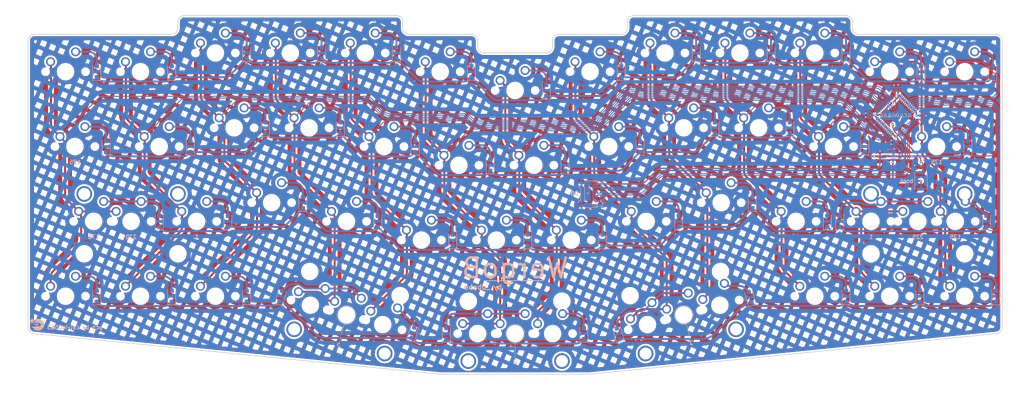
<source format=kicad_pcb>
(kicad_pcb (version 20240108) (generator "pcbnew") (generator_version "8.0")
  (layers (0 "F.Cu" signal) (31 "B.Cu" signal) (34 "B.Paste" user) (35 "F.Paste" user) (36 "B.SilkS" user "B.Silkscreen") (37 "F.SilkS" user "F.Silkscreen") (38 "B.Mask" user) (39 "F.Mask" user) (44 "Edge.Cuts" user))
  (net 0 "")
  (net 1 "Net-(D1-A)")
  (net 2 "Net-(D2-A)")
  (net 3 "Net-(D3-A)")
  (net 4 "Net-(D4-A)")
  (net 5 "Net-(D5-A)")
  (net 6 "Net-(D6-A)")
  (net 7 "Net-(D7-A)")
  (net 8 "Net-(D8-A)")
  (net 9 "Net-(D9-A)")
  (net 10 "Net-(D10-A)")
  (net 11 "Net-(D11-A)")
  (net 12 "Net-(D12-A)")
  (net 13 "Net-(D13-A)")
  (net 14 "Net-(D14-A)")
  (net 15 "Net-(D15-A)")
  (net 16 "Net-(D16-A)")
  (net 17 "Net-(D17-A)")
  (net 18 "Net-(D18-A)")
  (net 19 "Net-(D19-A)")
  (net 20 "Net-(D20-A)")
  (net 21 "Net-(D21-A)")
  (net 22 "Net-(D22-A)")
  (net 23 "Net-(D23-A)")
  (net 24 "Net-(D24-A)")
  (net 25 "Net-(D25-A)")
  (net 26 "Net-(D26-A)")
  (net 27 "Net-(D27-A)")
  (net 28 "Net-(D28-A)")
  (net 29 "Net-(D29-A)")
  (net 30 "Net-(D30-A)")
  (net 31 "Net-(D31-A)")
  (net 32 "Net-(D32-A)")
  (net 33 "Net-(D33-A)")
  (net 34 "Net-(D34-A)")
  (net 35 "Net-(D35-A)")
  (net 36 "Net-(D36-A)")
  (net 37 "Net-(D37-A)")
  (net 38 "Net-(D38-A)")
  (net 39 "Net-(D39-A)")
  (net 40 "Net-(D40-A)")
  (net 41 "Net-(D41-A)")
  (net 42 "Net-(D42-A)")
  (net 43 "Net-(D43-A)")
  (net 44 "Net-(D44-A)")
  (net 45 "Net-(D45-A)")
  (net 46 "Net-(D46-A)")
  (net 47 "Net-(D47-A)")
  (net 48 "Net-(D48-A)")
  (net 49 "Net-(D49-A)")
  (net 50 "ROW0")
  (net 51 "ROW1")
  (net 52 "ROW2")
  (net 53 "ROW3")
  (net 54 "COL0")
  (net 55 "COL1")
  (net 56 "COL2")
  (net 57 "COL3")
  (net 58 "COL4")
  (net 59 "COL5")
  (net 60 "COL6")
  (net 61 "COL7")
  (net 62 "COL8")
  (net 63 "COL9")
  (net 64 "COL10")
  (net 65 "COL11")
  (net 66 "+3V3")
  (net 67 "GND")
  (net 68 "NRST")
  (net 69 "+5V")
  (net 70 "D_P")
  (net 71 "D_N")
  (net 72 "BOOT0")
  (net 89 "COL12")
  (footprint "PCM_marbastlib-mx:SW_MX_1u" (layer "F.Cu") (at 50.00625 71.4375)
    (property "Reference" "MX51" (hide yes))
    (property "Value" "MX_SW_solder")
  )
  (footprint "PCM_marbastlib-mx:SW_MX_1u" (layer "F.Cu") (at 223.8375 28.575)
    (property "Reference" "MX11" (hide yes))
    (property "Value" "MX_SW_solder")
  )
  (footprint "PCM_marbastlib-mx:SW_MX_1u" (layer "F.Cu") (at 85.725 66.675)
    (property "Reference" "MX28" (hide yes))
    (property "Value" "MX_SW_solder")
  )
  (footprint "PCM_marbastlib-mx:SW_MX_1u" (layer "F.Cu") (at 66.675 71.4375)
    (property "Reference" "MX27" (hide yes))
    (property "Value" "MX_SW_solder")
  )
  (footprint "PCM_marbastlib-mx:SW_MX_1u" (layer "F.Cu") (at 185.7375 28.575)
    (property "Reference" "MX9" (hide yes))
    (property "Value" "MX_SW_solder")
  )
  (footprint "PCM_marbastlib-mx:SW_MX_1u" (layer "F.Cu") (at 261.9375 90.4875)
    (property "Reference" "MX49" (hide yes))
    (property "Value" "MX_SW_solder")
  )
  (footprint "PCM_marbastlib-mx:SW_MX_1u" (layer "F.Cu") (at 71.4375 90.4875)
    (property "Reference" "MX40" (hide yes))
    (property "Value" "MX_SW_solder")
  )
  (footprint "PCM_marbastlib-mx:SW_MX_1u" (layer "F.Cu") (at 147.6375 100.0125)
    (property "Reference" "MX53" (hide yes))
    (property "Value" "MX_SW_solder")
  )
  (footprint "PCM_marbastlib-mx:SW_MX_1u" (layer "F.Cu") (at 238.125 71.4375)
    (property "Reference" "MX36" (hide yes))
    (property "Value" "MX_SW_solder")
  )
  (footprint "PCM_marbastlib-mx:SW_MX_1u" (layer "F.Cu") (at 166.6875 33.3375)
    (property "Reference" "MX8" (hide yes))
    (property "Value" "MX_SW_solder")
  )
  (footprint "PCM_marbastlib-mx:SW_MX_1u" (layer "F.Cu") (at 180.975 71.4375)
    (property "Reference" "MX33" (hide yes))
    (property "Value" "MX_SW_solder")
  )
  (footprint "PCM_marbastlib-mx:SW_MX_1u" (layer "F.Cu") (at 52.3875 90.4875)
    (property "Reference" "MX39" (hide yes))
    (property "Value" "MX_SW_solder")
  )
  (footprint "PCM_marbastlib-mx:SW_MX_1u" (layer "F.Cu") (at 33.3375 90.4875)
    (property "Reference" "MX38" (hide yes))
    (property "Value" "MX_SW_solder")
  )
  (footprint "PCM_marbastlib-mx:SW_MX_1u" (layer "F.Cu") (at 142.875 76.2)
    (property "Reference" "MX31" (hide yes))
    (property "Value" "MX_SW_solder")
  )
  (footprint "PCM_marbastlib-mx:SW_MX_1u" (layer "F.Cu") (at 161.925 76.2)
    (property "Reference" "MX32" (hide yes))
    (property "Value" "MX_SW_solder")
  )
  (footprint "PCM_marbastlib-mx:STAB_MX_P_2u" (layer "F.Cu") (at 190.5 95.25 -165)
    (property "Reference" "S3" (hide yes))
    (property "Value" "2u")
  )
  (footprint "PCM_marbastlib-mx:SW_MX_1u" (layer "F.Cu") (at 76.2 47.625)
    (property "Reference" "MX16" (hide yes))
    (property "Value" "MX_SW_solder")
  )
  (footprint "PCM_marbastlib-mx:STAB_MX_P_2u" (layer "F.Cu") (at 104.775 95.25 165)
    (property "Reference" "S1" (hide yes))
    (property "Value" "2u")
  )
  (footprint "PCM_marbastlib-mx:SW_MX_1u" (layer "F.Cu") (at 223.8375 90.4875)
    (property "Reference" "MX47" (hide yes))
    (property "Value" "MX_SW_solder")
  )
  (footprint "PCM_marbastlib-mx:SW_MX_1u" (layer "F.Cu") (at 190.5 95.25 15)
    (property "Reference" "MX54" (hide yes))
    (property "Value" "MX_SW_solder")
  )
  (footprint "PCM_marbastlib-mx:SW_MX_1u" (layer "F.Cu") (at 209.55 47.625)
    (property "Reference" "MX23" (hide yes))
    (property "Value" "MX_SW_solder")
  )
  (footprint "PCM_marbastlib-mx:STAB_MX_P_2.75u" (layer "F.Cu") (at 50.00625 71.4375)
    (property "Reference" "S5" (hide yes))
    (property "Value" "275u")
  )
  (footprint "PCM_marbastlib-mx:SW_MX_1.25u" (layer "F.Cu") (at 259.55625 71.4375)
    (property "Reference" "MX37" (hide yes))
    (property "Value" "MX_SW_solder")
  )
  (footprint "PCM_marbastlib-mx:SW_MX_1u" (layer "F.Cu") (at 95.25 47.625)
    (property "Reference" "MX17" (hide yes))
    (property "Value" "MX_SW_solder")
  )
  (footprint "PCM_marbastlib-mx:SW_MX_1.75u" (layer "F.Cu") (at 254.79375 52.3875)
    (property "Reference" "MX25" (hide yes))
    (property "Value" "MX_SW_solder")
  )
  (footprint "PCM_marbastlib-mx:SW_MX_1u" (layer "F.Cu") (at 200.025 66.675)
    (property "Reference" "MX34" (hide yes))
    (property "Value" "MX_SW_solder")
  )
  (footprint "PCM_marbastlib-mx:SW_MX_1u" (layer "F.Cu") (at 104.775 95.25 -15)
    (property "Reference" "MX52" (hide yes))
    (property "Value" "MX_SW_solder")
  )
  (footprint "PCM_marbastlib-mx:SW_MX_1u" (layer "F.Cu") (at 71.4375 28.575)
    (property "Reference" "MX3" (hide yes))
    (property "Value" "MX_SW_solder")
  )
  (footprint "PCM_marbastlib-mx:SW_MX_1u" (layer "F.Cu") (at 147.6375 38.1)
    (property "Reference" "MX7" (hide yes))
    (property "Value" "MX_SW_solder")
  )
  (footprint "PCM_marbastlib-mx:SW_MX_1u" (layer "F.Cu") (at 171.45 52.3875)
    (property "Reference" "MX21" (hide yes))
    (property "Value" "MX_SW_solder")
  )
  (footprint "PCM_marbastlib-mx:SW_MX_1u" (layer "F.Cu") (at 242.8875 33.3375)
    (property "Reference" "MX12" (hide yes))
    (property "Value" "MX_SW_solder")
  )
  (footprint "PCM_marbastlib-mx:SW_MX_1.25u" (layer "F.Cu") (at 35.71875 52.3875)
    (property "Reference" "MX14" (hide yes))
    (property "Value" "MX_SW_solder")
  )
  (footprint "PCM_marbastlib-mx:STAB_MX_P_2.25u" (layer "F.Cu") (at 250.03125 71.4375)
    (property "Reference" "S4" (hide yes))
    (property "Value" "225u")
  )
  (footprint "PCM_marbastlib-mx:SW_MX_1u" (layer "F.Cu") (at 261.9375 33.3375)
    (property "Reference" "MX13" (hide yes))
    (property "Value" "MX_SW_solder")
  )
  (footprint "PCM_marbastlib-mx:SW_MX_1u" (layer "F.Cu") (at 181.299557 97.715251 15)
    (property "Reference" "MX45" (hide yes))
    (property "Value" "MX_SW_solder")
  )
  (footprint "PCM_marbastlib-mx:SW_MX_1u" (layer "F.Cu") (at 152.4 57.15)
    (property "Reference" "MX20" (hide yes))
    (property "Value" "MX_SW_solder")
  )
  (footprint "PCM_marbastlib-mx:SW_MX_1.75u" (layer "F.Cu") (at 40.48125 71.4375)
    (property "Reference" "MX26" (hide yes))
    (property "Value" "MX_SW_solder")
  )
  (footprint "PCM_marbastlib-mx:SW_MX_1u" (layer "F.Cu") (at 109.5375 28.575)
    (property "Reference" "MX5" (hide yes))
    (property "Value" "MX_SW_solder")
  )
  (footprint "PCM_marbastlib-mx:SW_MX_1u" (layer "F.Cu") (at 57.15 52.3875)
    (property "Reference" "MX15" (hide yes))
    (property "Value" "MX_SW_solder")
  )
  (footprint "PCM_marbastlib-mx:SW_MX_1u" (layer "F.Cu") (at 138.1125 100.0125)
    (property "Reference" "MX43" (hide yes))
    (property "Value" "MX_SW_solder")
  )
  (footprint "PCM_marbastlib-mx:SW_MX_1u" (layer "F.Cu") (at 52.3875 33.3375)
    (property "Reference" "MX2" (hide yes))
    (property "Value" "MX_SW_solder")
  )
  (footprint "PCM_marbastlib-mx:SW_MX_1u" (layer "F.Cu") (at 133.35 57.15)
    (property "Reference" "MX19" (hide yes))
    (property "Value" "MX_SW_solder")
  )
  (footprint "PCM_marbastlib-mx:SW_MX_1u" (layer "F.Cu") (at 95.574557 92.784749 -15)
    (property "Reference" "MX41" (hide yes))
    (property "Value" "MX_SW_solder")
  )
  (footprint "PCM_marbastlib-mx:SW_MX_1u" (layer "F.Cu") (at 128.5875 33.3375)
    (property "Reference" "MX6" (hide yes))
    (property "Value" "MX_SW_solder")
  )
  (footprint "PCM_marbastlib-mx:SW_MX_1u" (layer "F.Cu") (at 104.775 71.4375)
    (property "Reference" "MX29" (hide yes))
    (property "Value" "MX_SW_solder")
  )
  (footprint "PCM_marbastlib-mx:SW_MX_1u" (layer "F.Cu") (at 250.03125 71.4375)
    (property "Reference" "MX50" (hide yes))
    (property "Value" "MX_SW_solder")
  )
  (footprint "PCM_marbastlib-mx:SW_MX_1u" (layer "F.Cu") (at 114.3 52.3875)
    (property "Reference" "MX18" (hide yes))
    (property "Value" "MX_SW_solder")
  )
  (footprint "PCM_marbastlib-mx:SW_MX_1u" (layer "F.Cu") (at 113.975443 97.715251 -15)
    (property "Reference" "MX42" (hide yes))
    (property "Value" "MX_SW_solder")
  )
  (footprint "PCM_marbastlib-mx:SW_MX_1u" (layer "F.Cu") (at 157.1625 100.0125)
    (property "Reference" "MX44" (hide yes))
    (property "Value" "MX_SW_solder")
  )
  (footprint "PCM_marbastlib-mx:SW_MX_1u" (layer "F.Cu") (at 90.4875 28.575)
    (property "Reference" "MX4" (hide yes))
    (property "Value" "MX_SW_solder")
  )
  (footprint "PCM_marbastlib-mx:SW_MX_1u" (layer "F.Cu") (at 228.6 52.3875)
    (property "Reference" "MX24" (hide yes))
    (property "Value" "MX_SW_solder")
  )
  (footprint "PCM_marbastlib-mx:SW_MX_1u" (layer "F.Cu") (at 33.3375 33.3375)
    (property "Reference" "MX1" (hide yes))
    (property "Value" "MX_SW_solder")
  )
  (footprint "PCM_marbastlib-mx:SW_MX_1u" (layer "F.Cu") (at 199.700443 92.784749 15)
    (property "Reference" "MX46" (hide yes))
    (property "Value" "MX_SW_solder")
  )
  (footprint "PCM_marbastlib-mx:SW_MX_1u" (layer "F.Cu") (at 123.825 76.2)
    (property "Reference" "MX30" (hide yes))
    (property "Value" "MX_SW_solder")
  )
  (footprint "PCM_marbastlib-mx:SW_MX_1u" (layer "F.Cu") (at 219.075 71.4375)
    (property "Reference" "MX35" (hide yes))
    (property "Value" "MX_SW_solder")
  )
  (footprint "PCM_marbastlib-mx:SW_MX_1u" (layer "F.Cu") (at 242.8875 90.4875)
    (property "Reference" "MX48" (hide yes))
    (property "Value" "MX_SW_solder")
  )
  (footprint "PCM_marbastlib-mx:SW_MX_1u" (layer "F.Cu") (at 204.7875 28.575)
    (property "Reference" "MX10" (hide yes))
    (property "Value" "MX_SW_solder")
  )
  (footprint "PCM_marbastlib-mx:STAB_MX_P_2u" (layer "F.Cu") (at 147.6375 100.0125 180)
    (property "Reference" "S2" (hide yes))
    (property "Value" "2u")
  )
  (footprint "PCM_marbastlib-mx:SW_MX_1u" (layer "F.Cu") (at 190.5 47.625)
    (property "Reference" "MX22" (hide yes))
    (property "Value" "MX_SW_solder")
  )
  (footprint "Package_TO_SOT_SMD:SOT-23" (layer "B.Cu") (at 242.8875 54.76875 180)
    (property "Reference" "U2" (hide yes))
    (property "Value" "XC6206PxxxMR-Regulator_Linear")
  )
  (footprint "Diode_SMD:D_SOD-123F" (layer "B.Cu") (at 236.5375 52.3875 90)
    (property "Reference" "D24" (hide yes))
    (property "Value" "D_Small")
  )
  (footprint "Diode_SMD:D_SOD-123F" (layer "B.Cu") (at 198.4375 47.625 90)
    (property "Reference" "D22" (hide yes))
    (property "Value" "D_Small")
  )
  (footprint "Diode_SMD:D_SOD-123F" (layer "B.Cu") (at 227.0125 71.4375 90)
    (property "Reference" "D35" (hide yes))
    (property "Value" "D_Small")
  )
  (footprint "Capacitor_SMD:C_0402_1005Metric" (layer "B.Cu") (at 244.475 51.79375 180)
    (property "Reference" "C6" (hide yes))
    (property "Value" "10uF")
  )
  (footprint "Diode_SMD:D_SOD-123F" (layer "B.Cu") (at 60.325 90.4875 90)
    (property "Reference" "D39" (hide yes))
    (property "Value" "D_Small")
  )
  (footprint "Diode_SMD:D_SOD-123F" (layer "B.Cu") (at 41.275 90.4875 90)
    (property "Reference" "D38" (hide yes))
    (property "Value" "D_Small")
  )
  (footprint "Diode_SMD:D_SOD-123F" (layer "B.Cu") (at 262.73125 52.3875 90)
    (property "Reference" "D25" (hide yes))
    (property "Value" "D_Small")
  )
  (footprint "Diode_SMD:D_SOD-123F" (layer "B.Cu") (at 103.1875 47.625 90)
    (property "Reference" "D17" (hide yes))
    (property "Value" "D_Small")
  )
  (footprint "Diode_SMD:D_SOD-123F" (layer "B.Cu") (at 141.2875 57.15 90)
    (property "Reference" "D19" (hide yes))
    (property "Value" "D_Small")
  )
  (footprint "Diode_SMD:D_SOD-123F" (layer "B.Cu") (at 179.3875 52.3875 90)
    (property "Reference" "D21" (hide yes))
    (property "Value" "D_Small")
  )
  (footprint "Diode_SMD:D_SOD-123F" (layer "B.Cu") (at 121.642479 99.769627 75)
    (property "Reference" "D42" (hide yes))
    (property "Value" "D_Small")
  )
  (footprint "Diode_SMD:D_SOD-123F" (layer "B.Cu") (at 231.775 90.4875 90)
    (property "Reference" "D47" (hide yes))
    (property "Value" "D_Small")
  )
  (footprint "Diode_SMD:D_SOD-123F" (layer "B.Cu") (at 250.554536 90.4875 90)
    (property "Reference" "D48" (hide yes))
    (property "Value" "D_Small")
  )
  (footprint "LOGO" (layer "B.Cu") (at 26.19375 97.63125 180)
    (property "Reference" "G***" (hide yes))
    (property "Value" "LOGO" (hide yes))
  )
  (footprint "Package_QFP:LQFP-48_7x7mm_P0.5mm" (layer "B.Cu") (at 244.475 44.45 -45)
    (property "Reference" "U1" (hide yes))
    (property "Value" "STM32F072CBT6")
  )
  (footprint "Diode_SMD:D_SOD-123F" (layer "B.Cu") (at 150.8125 76.2 90)
    (property "Reference" "D31" (hide yes))
    (property "Value" "D_Small")
  )
  (footprint "Connector_JST:JST_SH_SM04B-SRSS-TB_1x04-1MP_P1.00mm_Horizontal" (layer "B.Cu") (at 167.9875 64.4875 90)
    (property "Reference" "J1" (hide yes))
    (property "Value" "JST SH")
  )
  (footprint "Capacitor_SMD:C_0402_1005Metric" (layer "B.Cu") (at 237.905574 44.921988 180)
    (property "Reference" "C2" (hide yes))
    (property "Value" "100nF")
  )
  (footprint "Diode_SMD:D_SOD-123F" (layer "B.Cu") (at 155.575 38.1 90)
    (property "Reference" "D7" (hide yes))
    (property "Value" "D_Small")
  )
  (footprint "Diode_SMD:D_SOD-123F" (layer "B.Cu") (at 93.6625 66.675 90)
    (property "Reference" "D28" (hide yes))
    (property "Value" "D_Small")
  )
  (footprint "Resistor_SMD:R_0402_1005Metric" (layer "B.Cu") (at 250.825 57.15 180)
    (property "Reference" "R1" (hide yes))
    (property "Value" "10k")
  )
  (footprint "Diode_SMD:D_SOD-123F" (layer "B.Cu") (at 207.9625 66.675 90)
    (property "Reference" "D34" (hide yes))
    (property "Value" "D_Small")
  )
  (footprint "Diode_SMD:D_SOD-123F" (layer "B.Cu") (at 174.625 33.3375 90)
    (property "Reference" "D8" (hide yes))
    (property "Value" "D_Small")
  )
  (footprint "Diode_SMD:D_SOD-123F" (layer "B.Cu") (at 112.7125 71.4375 90)
    (property "Reference" "D29" (hide yes))
    (property "Value" "D_Small")
  )
  (footprint "Diode_SMD:D_SOD-123F" (layer "B.Cu") (at 217.4875 47.625 90)
    (property "Reference" "D23" (hide yes))
    (property "Value" "D_Small")
  )
  (footprint "Diode_SMD:D_SOD-123F" (layer "B.Cu") (at 117.475 28.575 90)
    (property "Reference" "D5" (hide yes))
    (property "Value" "D_Small")
  )
  (footprint "Diode_SMD:D_SOD-123F" (layer "B.Cu") (at 136.525 33.3375 90)
    (property "Reference" "D6" (hide yes))
    (property "Value" "D_Small")
  )
  (footprint "Diode_SMD:D_SOD-123F" (layer "B.Cu") (at 74.6125 71.4375 90)
    (property "Reference" "D27" (hide yes))
    (property "Value" "D_Small")
  )
  (footprint "Diode_SMD:D_SOD-123F" (layer "B.Cu") (at 79.375 28.575 90)
    (property "Reference" "D3" (hide yes))
    (property "Value" "D_Small")
  )
  (footprint "Diode_SMD:D_SOD-123F" (layer "B.Cu") (at 57.15 71.4375 90)
    (property "Reference" "D26" (hide yes))
    (property "Value" "D_Small")
  )
  (footprint "Capacitor_SMD:C_0402_1005Metric" (layer "B.Cu") (at 237.905574 43.890548 180)
    (property "Reference" "C5" (hide yes))
    (property "Value" "100nF")
  )
  (footprint "Diode_SMD:D_SOD-123F" (layer "B.Cu") (at 130.175 100.0125 90)
    (property "Reference" "D43" (hide yes))
    (property "Value" "D_Small")
  )
  (footprint "Capacitor_SMD:C_0402_1005Metric" (layer "B.Cu") (at 244.475 50.8 180)
    (property "Reference" "C1" (hide yes))
    (property "Value" "100nF")
  )
  (footprint "Diode_SMD:D_SOD-123F" (layer "B.Cu") (at 230.1875 71.4375 90)
    (property "Reference" "D36" (hide yes))
    (property "Value" "D_Small")
  )
  (footprint "Diode_SMD:D_SOD-123F" (layer "B.Cu") (at 269.875 90.4875 90)
    (property "Reference" "D49" (hide yes))
    (property "Value" "D_Small")
  )
  (footprint "Diode_SMD:D_SOD-123F" (layer "B.Cu") (at 269.08125 33.3375 90)
    (property "Reference" "D13" (hide yes))
    (property "Value" "D_Small")
  )
  (footprint "Capacitor_SMD:C_0402_1005Metric" (layer "B.Cu") (at 243.946951 37.934298 90)
    (property "Reference" "C7" (hide yes))
    (property "Value" "100nF")
  )
  (footprint "Diode_SMD:D_SOD-123F" (layer "B.Cu") (at 165.1 100.0125 90)
    (property "Reference" "D44" (hide yes))
    (property "Value" "D_Small")
  )
  (footprint "Capacitor_SMD:C_0402_1005Metric" (layer "B.Cu") (at 250.957005 44.51772)
    (property "Reference" "C3" (hide yes))
    (property "Value" "100nF")
  )
  (footprint "Diode_SMD:D_SOD-123F" (layer "B.Cu") (at 79.375 90.4875 90)
    (property "Reference" "D40" (hide yes))
    (property "Value" "D_Small")
  )
  (footprint "Capacitor_SMD:C_0402_1005Metric" (layer "B.Cu") (at 245.36875 54.76875 -90)
    (property "Reference" "C9" (hide yes))
    (property "Value" "1uF")
  )
  (footprint "Connector_Molex:Molex_Pico-EZmate_78171-0004_1x04-1MP_P1.20mm_Vertical" (layer "B.Cu") (at 166.4 64.4875 90)
    (property "Reference" "J2" (hide yes))
    (property "Value" "Pico EZmate")
  )
  (footprint "Diode_SMD:D_SOD-123F" (layer "B.Cu") (at 173.83125 100.0125 105)
    (property "Reference" "D45" (hide yes))
    (property "Value" "D_Small")
  )
  (footprint "Capacitor_SMD:C_0402_1005Metric" (layer "B.Cu") (at 245.034451 37.934298 90)
    (property "Reference" "C4" (hide yes))
    (property "Value" "100nF")
  )
  (footprint "Diode_SMD:D_SOD-123F" (layer "B.Cu") (at 84.1375 47.625 90)
    (property "Reference" "D16" (hide yes))
    (property "Value" "D_Small")
  )
  (footprint "Diode_SMD:D_SOD-123F" (layer "B.Cu") (at 231.775 28.575 90)
    (property "Reference" "D11" (hide yes))
    (property "Value" "D_Small")
  )
  (footprint "Diode_SMD:D_SOD-123F" (layer "B.Cu") (at 98.425 28.575 90)
    (property "Reference" "D4" (hide yes))
    (property "Value" "D_Small")
  )
  (footprint "Diode_SMD:D_SOD-123F" (layer "B.Cu") (at 250.825 33.3375 90)
    (property "Reference" "D12" (hide yes))
    (property "Value" "D_Small")
  )
  (footprint "Diode_SMD:D_SOD-123F" (layer "B.Cu") (at 160.3375 57.15 90)
    (property "Reference" "D20" (hide yes))
    (property "Value" "D_Small")
  )
  (footprint "Diode_SMD:D_SOD-123F" (layer "B.Cu") (at 212.725 28.575 90)
    (property "Reference" "D10" (hide yes))
    (property "Value" "D_Small")
  )
  (footprint "Button_Switch_SMD:SW_Push_SPST_NO_Alps_SKRK" (layer "B.Cu") (at 250.825 61.11875 90)
    (property "Reference" "SW1" (hide yes))
    (property "Value" "SKQGABE010")
  )
  (footprint "Diode_SMD:D_SOD-123F" (layer "B.Cu") (at 65.0875 52.3875 90)
    (property "Reference" "D15" (hide yes))
    (property "Value" "D_Small")
  )
  (footprint "Diode_SMD:D_SOD-123F" (layer "B.Cu") (at 131.7625 76.2 90)
    (property "Reference" "D30" (hide yes))
    (property "Value" "D_Small")
  )
  (footprint "Diode_SMD:D_SOD-123F" (layer "B.Cu") (at 207.367479 90.730373 105)
    (property "Reference" "D46" (hide yes))
    (property "Value" "D_Small")
  )
  (footprint "Diode_SMD:D_SOD-123F" (layer "B.Cu") (at 267.49375 71.4375 90)
    (property "Reference" "D37" (hide yes))
    (property "Value" "D_Small")
  )
  (footprint "Capacitor_SMD:C_0402_1005Metric" (layer "B.Cu") (at 240.40625 54.76875 -90)
    (property "Reference" "C8" (hide yes))
    (property "Value" "1uF")
  )
  (footprint "Diode_SMD:D_SOD-123F" (layer "B.Cu") (at 88.10625 90.4875 75)
    (property "Reference" "D41" (hide yes))
    (property "Value" "D_Small")
  )
  (footprint "Diode_SMD:D_SOD-123F" (layer "B.Cu") (at 122.2375 52.3875 90)
    (property "Reference" "D18" (hide yes))
    (property "Value" "D_Small")
  )
  (footprint "Diode_SMD:D_SOD-123F" (layer "B.Cu") (at 169.8625 76.2 90)
    (property "Reference" "D32" (hide yes))
    (property "Value" "D_Small")
  )
  (footprint "Diode_SMD:D_SOD-123F" (layer "B.Cu") (at 189.23 71.4375 90)
    (property "Reference" "D33" (hide yes))
    (property "Value" "D_Small")
  )
  (footprint "Diode_SMD:D_SOD-123F" (layer "B.Cu") (at 60.325 33.3375 90)
    (property "Reference" "D2" (hide yes))
    (property "Value" "D_Small")
  )
  (footprint "Diode_SMD:D_SOD-123F" (layer "B.Cu") (at 41.275 33.3375 90)
    (property "Reference" "D1" (hide yes))
    (property "Value" "D_Small")
  )
  (footprint "Diode_SMD:D_SOD-123F" (layer "B.Cu") (at 193.675 28.575 90)
    (property "Reference" "D9" (hide yes))
    (property "Value" "D_Small")
  )
  (footprint "Diode_SMD:D_SOD-123F" (layer "B.Cu") (at 43.65625 52.3875 90)
    (property "Reference" "D14" (hide yes))
    (property "Value" "D_Small")
  )
  (gr_circle (center 104.775 95.25) (end 104.775 92.86875) (stroke (width 0.1)) (fill none) (layer "B.SilkS"))
  (gr_line (start 139.7 86.51875) (end 154.78125 86.51875) (stroke (width 0.2)) (layer "B.SilkS"))
  (gr_line (start 147.6375 106.3625) (end 147.6375 101.6) (stroke (width 0.1)) (layer "B.SilkS"))
  (gr_circle (center 147.6375 100.0125) (end 147.6375 97.63125) (stroke (width 0.1)) (fill none) (layer "B.SilkS"))
  (gr_line (start 192.172361 101.416135) (end 190.5 95.25) (stroke (width 0.1)) (layer "B.SilkS"))
  (gr_line (start 102.952615 102.121588) (end 104.775 95.25) (stroke (width 0.1)) (layer "B.SilkS"))
  (gr_circle (center 190.5 95.25) (end 190.5 92.86875) (stroke (width 0.1)) (fill none) (layer "B.SilkS"))
  (gr_line (start 166.6875 110.33125) (end 128.5875 110.33125) (stroke (width 0.2)) (layer "Edge.Cuts"))
  (gr_arc (start 157.1625 26.9875) (mid 156.697532 28.110032) (end 155.575 28.575) (stroke (width 0.2)) (layer "Edge.Cuts"))
  (gr_arc (start 120.65 23.8125) (mid 119.527468 23.347532) (end 119.0625 22.225) (stroke (width 0.2)) (layer "Edge.Cuts"))
  (gr_arc (start 176.2125 22.225) (mid 175.747532 23.347532) (end 174.625 23.8125) (stroke (width 0.2)) (layer "Edge.Cuts"))
  (gr_line (start 119.0625 22.225) (end 119.0625 20.6375) (stroke (width 0.2)) (layer "Edge.Cuts"))
  (gr_arc (start 117.475 19.05) (mid 118.597532 19.514968) (end 119.0625 20.6375) (stroke (width 0.2)) (layer "Edge.Cuts"))
  (gr_line (start 157.1625 25.4) (end 157.1625 26.9875) (stroke (width 0.2)) (layer "Edge.Cuts"))
  (gr_arc (start 176.2125 20.6375) (mid 176.677468 19.514968) (end 177.8 19.05) (stroke (width 0.2)) (layer "Edge.Cuts"))
  (gr_arc (start 231.775 19.05) (mid 232.897532 19.514968) (end 233.3625 20.6375) (stroke (width 0.2)) (layer "Edge.Cuts"))
  (gr_line (start 269.875 23.8125) (end 234.95 23.8125) (stroke (width 0.2)) (layer "Edge.Cuts"))
  (gr_line (start 176.2125 20.6375) (end 176.2125 22.225) (stroke (width 0.2)) (layer "Edge.Cuts"))
  (gr_arc (start 269.875 23.8125) (mid 270.997532 24.277468) (end 271.4625 25.4) (stroke (width 0.2)) (layer "Edge.Cuts"))
  (gr_line (start 23.8125 98.425) (end 23.8125 25.4) (stroke (width 0.2)) (layer "Edge.Cuts"))
  (gr_line (start 138.1125 26.9875) (end 138.1125 25.4) (stroke (width 0.2)) (layer "Edge.Cuts"))
  (gr_line (start 269.875 100.0125) (end 166.6875 110.33125) (stroke (width 0.2)) (layer "Edge.Cuts"))
  (gr_line (start 61.9125 20.6375) (end 61.9125 22.225) (stroke (width 0.2)) (layer "Edge.Cuts"))
  (gr_arc (start 139.7 28.575) (mid 138.577468 28.110032) (end 138.1125 26.9875) (stroke (width 0.2)) (layer "Edge.Cuts"))
  (gr_arc (start 234.95 23.8125) (mid 233.827468 23.347532) (end 233.3625 22.225) (stroke (width 0.2)) (layer "Edge.Cuts"))
  (gr_line (start 177.8 19.05) (end 231.775 19.05) (stroke (width 0.2)) (layer "Edge.Cuts"))
  (gr_line (start 60.325 23.8125) (end 25.4 23.8125) (stroke (width 0.2)) (layer "Edge.Cuts"))
  (gr_arc (start 61.9125 22.225) (mid 61.447532 23.347532) (end 60.325 23.8125) (stroke (width 0.2)) (layer "Edge.Cuts"))
  (gr_line (start 128.5875 110.33125) (end 25.4 100.0125) (stroke (width 0.2)) (layer "Edge.Cuts"))
  (gr_line (start 233.3625 22.225) (end 233.3625 20.6375) (stroke (width 0.2)) (layer "Edge.Cuts"))
  (gr_line (start 174.625 23.8125) (end 158.75 23.8125) (stroke (width 0.2)) (layer "Edge.Cuts"))
  (gr_line (start 136.525 23.8125) (end 120.65 23.8125) (stroke (width 0.2)) (layer "Edge.Cuts"))
  (gr_line (start 155.575 28.575) (end 139.7 28.575) (stroke (width 0.2)) (layer "Edge.Cuts"))
  (gr_arc (start 23.8125 25.4) (mid 24.277468 24.277468) (end 25.4 23.8125) (stroke (width 0.2)) (layer "Edge.Cuts"))
  (gr_arc (start 157.1625 25.4) (mid 157.627468 24.277468) (end 158.75 23.8125) (stroke (width 0.2)) (layer "Edge.Cuts"))
  (gr_line (start 271.4625 25.4) (end 271.4625 98.425) (stroke (width 0.2)) (layer "Edge.Cuts"))
  (gr_arc (start 25.4 100.0125) (mid 24.277468 99.547532) (end 23.8125 98.425) (stroke (width 0.2)) (layer "Edge.Cuts"))
  (gr_arc (start 136.525 23.8125) (mid 137.647532 24.277468) (end 138.1125 25.4) (stroke (width 0.2)) (layer "Edge.Cuts"))
  (gr_arc (start 271.4625 98.425) (mid 270.997532 99.547532) (end 269.875 100.0125) (stroke (width 0.2)) (layer "Edge.Cuts"))
  (gr_line (start 117.475 19.05) (end 63.5 19.05) (stroke (width 0.2)) (layer "Edge.Cuts"))
  (gr_arc (start 61.9125 20.6375) (mid 62.377468 19.514968) (end 63.5 19.05) (stroke (width 0.2)) (layer "Edge.Cuts"))
  (gr_text "JLCJLCJLCJLC" (at 244.475 44.45 0) (layer "B.SilkS") (effects (font (size 0.8 0.8) (thickness 0.125)) (justify mirror)))
  (gr_text "DB" (at 162.71875 64.29375 0) (layer "B.SilkS") (effects (font (size 1 1) (thickness 0.2) (bold yes)) (justify mirror)))
  (gr_text "225" (at 250.03125 75.40625 0) (layer "B.SilkS") (effects (font (size 1 1) (thickness 0.2) (bold yes)) (justify mirror)))
  (gr_text "175" (at 40.48125 75.40625 0) (layer "B.SilkS") (effects (font (size 1 1) (thickness 0.2) (bold yes)) (justify mirror)))
  (gr_text "125" (at 259.55625 75.40625 0) (layer "B.SilkS") (effects (font (size 1 1) (thickness 0.2) (bold yes)) (justify mirror)))
  (gr_text "275" (at 50.00625 75.40625 0) (layer "B.SilkS") (effects (font (size 1 1) (thickness 0.2) (bold yes)) (justify mirror)))
  (gr_text "pcb by calvin0563" (at 35.71875 98.425 -0) (layer "B.SilkS") (effects (font (size 1 1) (thickness 0.2) (bold yes)) (justify mirror)))
  (gr_text "175" (at 254.79375 56.35625 0) (layer "B.SilkS") (effects (font (size 1 1) (thickness 0.2) (bold yes)) (justify mirror)))
  (gr_text "1" (at 66.675 75.40625 0) (layer "B.SilkS") (effects (font (size 1 1) (thickness 0.2) (bold yes)) (justify mirror)))
  (gr_text "125" (at 35.71875 56.35625 0) (layer "B.SilkS") (effects (font (size 1 1) (thickness 0.2) (bold yes)) (justify mirror)))
  (gr_text "2" (at 147.6375 107.15625 0) (layer "B.SilkS") (effects (font (size 1 1) (thickness 0.2) (bold yes)) (justify mirror)))
  (gr_text "2" (at 192.384512 102.39375 0) (layer "B.SilkS") (effects (font (size 1 1) (thickness 0.2) (bold yes)) (justify mirror)))
  (gr_text "WergoB" (at 147.6375 83.34375 0) (layer "B.SilkS") (effects (font (size 5 5) (thickness 0.625)) (justify mirror)))
  (gr_text "1" (at 238.125 75.40625 0) (layer "B.SilkS") (effects (font (size 1 1) (thickness 0.2) (bold yes)) (justify mirror)))
  (gr_text "boot" (at 247.25 61.11875 0) (layer "B.SilkS") (effects (font (size 1 1) (thickness 0.2) (bold yes)) (justify mirror)))
  (gr_text "2" (at 102.749053 103.060209 0) (layer "B.SilkS") (effects (font (size 1 1) (thickness 0.2) (bold yes)) (justify mirror)))
  (gr_text "by _obabo" (at 144.4625 88.9 -0) (layer "B.SilkS") (effects (font (size 1.25 1.25) (thickness 0.25) (bold yes)) (justify left bottom mirror)))
  (segment (start 41.275 30.2575) (end 41.275 31.9375) (width 0.5) (layer "B.Cu") (net 1))
  (segment (start 35.8775 28.2575) (end 39.275 28.2575) (width 0.5) (layer "B.Cu") (net 1))
  (arc (start 39.275 28.2575) (mid 40.689214 28.843286) (end 41.275 30.2575) (width 0.5) (layer "B.Cu") (net 1))
  (segment (start 60.325 30.2575) (end 60.325 31.9375) (width 0.5) (layer "B.Cu") (net 2))
  (segment (start 54.9275 28.2575) (end 58.325 28.2575) (width 0.5) (layer "B.Cu") (net 2))
  (arc (start 60.325 30.2575) (mid 59.739214 28.843286) (end 58.325 28.2575) (width 0.5) (layer "B.Cu") (net 2))
  (segment (start 73.9775 23.495) (end 77.375 23.495) (width 0.5) (layer "B.Cu") (net 3))
  (segment (start 79.375 25.495) (end 79.375 27.175) (width 0.5) (layer "B.Cu") (net 3))
  (arc (start 77.375 23.495) (mid 78.789214 24.080786) (end 79.375 25.495) (width 0.5) (layer "B.Cu") (net 3))
  (segment (start 98.425 25.495) (end 98.425 27.175) (width 0.5) (layer "B.Cu") (net 4))
  (segment (start 93.0275 23.495) (end 96.425 23.495) (width 0.5) (layer "B.Cu") (net 4))
  (arc (start 96.425 23.495) (mid 97.839214 24.080786) (end 98.425 25.495) (width 0.5) (layer "B.Cu") (net 4))
  (segment (start 112.0775 23.495) (end 115.475 23.495) (width 0.5) (layer "B.Cu") (net 5))
  (segment (start 117.475 25.495) (end 117.475 27.175) (width 0.5) (layer "B.Cu") (net 5))
  (arc (start 115.475 23.495) (mid 116.889214 24.080786) (end 117.475 25.495) (width 0.5) (layer "B.Cu") (net 5))
  (segment (start 136.525 30.2575) (end 136.525 31.9375) (width 0.5) (layer "B.Cu") (net 6))
  (segment (start 131.1275 28.2575) (end 134.525 28.2575) (width 0.5) (layer "B.Cu") (net 6))
  (arc (start 134.525 28.2575) (mid 135.939214 28.843286) (end 136.525 30.2575) (width 0.5) (layer "B.Cu") (net 6))
  (segment (start 155.575 35.02) (end 155.575 36.7) (width 0.5) (layer "B.Cu") (net 7))
  (segment (start 150.1775 33.02) (end 153.575 33.02) (width 0.5) (layer "B.Cu") (net 7))
  (arc (start 155.575 35.02) (mid 154.989214 33.605786) (end 153.575 33.02) (width 0.5) (layer "B.Cu") (net 7))
  (segment (start 169.2275 28.2575) (end 172.625 28.2575) (width 0.5) (layer "B.Cu") (net 8))
  (segment (start 174.625 30.2575) (end 174.625 31.9375) (width 0.5) (layer "B.Cu") (net 8))
  (arc (start 172.625 28.2575) (mid 174.039214 28.843286) (end 174.625 30.2575) (width 0.5) (layer "B.Cu") (net 8))
  (segment (start 193.675 25.495) (end 193.675 27.175) (width 0.5) (layer "B.Cu") (net 9))
  (segment (start 188.2775 23.495) (end 191.675 23.495) (width 0.5) (layer "B.Cu") (net 9))
  (arc (start 191.675 23.495) (mid 193.089214 24.080786) (end 193.675 25.495) (width 0.5) (layer "B.Cu") (net 9))
  (segment (start 212.725 25.495) (end 212.725 27.175) (width 0.5) (layer "B.Cu") (net 10))
  (segment (start 207.3275 23.495) (end 210.725 23.495) (width 0.5) (layer "B.Cu") (net 10))
  (arc (start 210.725 23.495) (mid 212.139214 24.080786) (end 212.725 25.495) (width 0.5) (layer "B.Cu") (net 10))
  (segment (start 226.3775 23.495) (end 229.775 23.495) (width 0.5) (layer "B.Cu") (net 11))
  (segment (start 231.775 25.495) (end 231.775 27.175) (width 0.5) (layer "B.Cu") (net 11))
  (arc (start 231.775 25.495) (mid 231.189214 24.080786) (end 229.775 23.495) (width 0.5) (layer "B.Cu") (net 11))
  (segment (start 250.825 30.2575) (end 250.825 31.9375) (width 0.5) (layer "B.Cu") (net 12))
  (segment (start 245.4275 28.2575) (end 248.825 28.2575) (width 0.5) (layer "B.Cu") (net 12))
  (arc (start 250.825 30.2575) (mid 250.239214 28.843286) (end 248.825 28.2575) (width 0.5) (layer "B.Cu") (net 12))
  (segment (start 264.4775 28.2575) (end 267.08125 28.2575) (width 0.5) (layer "B.Cu") (net 13))
  (segment (start 269.08125 30.2575) (end 269.08125 31.9375) (width 0.5) (layer "B.Cu") (net 13))
  (arc (start 269.08125 30.2575) (mid 268.495464 28.843286) (end 267.08125 28.2575) (width 0.5) (layer "B.Cu") (net 13))
  (segment (start 43.65625 50.9875) (end 43.65625 49.3075) (width 0.5) (layer "B.Cu") (net 14))
  (segment (start 41.65625 47.3075) (end 38.25875 47.3075) (width 0.5) (layer "B.Cu") (net 14))
  (arc (start 43.65625 49.3075) (mid 43.070464 47.893286) (end 41.65625 47.3075) (width 0.5) (layer "B.Cu") (net 14))
  (segment (start 65.0875 50.9875) (end 65.0875 49.3075) (width 0.5) (layer "B.Cu") (net 15))
  (segment (start 63.0875 47.3075) (end 59.69 47.3075) (width 0.5) (layer "B.Cu") (net 15))
  (arc (start 65.0875 49.3075) (mid 64.501714 47.893286) (end 63.0875 47.3075) (width 0.5) (layer "B.Cu") (net 15))
  (segment (start 84.1375 44.545) (end 84.1375 46.225) (width 0.5) (layer "B.Cu") (net 16))
  (segment (start 78.74 42.545) (end 82.1375 42.545) (width 0.5) (layer "B.Cu") (net 16))
  (arc (start 82.1375 42.545) (mid 83.551714 43.130786) (end 84.1375 44.545) (width 0.5) (layer "B.Cu") (net 16))
  (segment (start 97.79 42.545) (end 101.1875 42.545) (width 0.5) (layer "B.Cu") (net 17))
  (segment (start 103.1875 44.545) (end 103.1875 46.225) (width 0.5) (layer "B.Cu") (net 17))
  (arc (start 103.1875 44.545) (mid 102.601714 43.130786) (end 101.1875 42.545) (width 0.5) (layer "B.Cu") (net 17))
  (segment (start 116.84 47.3075) (end 120.2375 47.3075) (width 0.5) (layer "B.Cu") (net 18))
  (segment (start 122.2375 49.3075) (end 122.2375 50.9875) (width 0.5) (layer "B.Cu") (net 18))
  (arc (start 122.2375 49.3075) (mid 121.651714 47.893286) (end 120.2375 47.3075) (width 0.5) (layer "B.Cu") (net 18))
  (segment (start 135.89 52.07) (end 139.2875 52.07) (width 0.5) (layer "B.Cu") (net 19))
  (segment (start 141.2875 54.07) (end 141.2875 55.75) (width 0.5) (layer "B.Cu") (net 19))
  (arc (start 141.2875 54.07) (mid 140.701714 52.655786) (end 139.2875 52.07) (width 0.5) (layer "B.Cu") (net 19))
  (segment (start 160.3375 54.07) (end 160.3375 55.75) (width 0.5) (layer "B.Cu") (net 20))
  (segment (start 154.94 52.07) (end 158.3375 52.07) (width 0.5) (layer "B.Cu") (net 20))
  (arc (start 158.3375 52.07) (mid 159.751714 52.655786) (end 160.3375 54.07) (width 0.5) (layer "B.Cu") (net 20))
  (segment (start 173.99 47.3075) (end 177.3875 47.3075) (width 0.5) (layer "B.Cu") (net 21))
  (segment (start 179.3875 49.3075) (end 179.3875 50.9875) (width 0.5) (layer "B.Cu") (net 21))
  (arc (start 179.3875 49.3075) (mid 178.801714 47.893286) (end 177.3875 47.3075) (width 0.5) (layer "B.Cu") (net 21))
  (segment (start 193.04 42.545) (end 196.4375 42.545) (width 0.5) (layer "B.Cu") (net 22))
  (segment (start 198.4375 44.545) (end 198.4375 46.225) (width 0.5) (layer "B.Cu") (net 22))
  (arc (start 196.4375 42.545) (mid 197.851714 43.130786) (end 198.4375 44.545) (width 0.5) (layer "B.Cu") (net 22))
  (segment (start 217.4875 44.545) (end 217.4875 46.225) (width 0.5) (layer "B.Cu") (net 23))
  (segment (start 212.09 42.545) (end 215.4875 42.545) (width 0.5) (layer "B.Cu") (net 23))
  (arc (start 217.4875 44.545) (mid 216.901714 43.130786) (end 215.4875 42.545) (width 0.5) (layer "B.Cu") (net 23))
  (segment (start 236.5375 49.3075) (end 236.5375 50.9875) (width 0.5) (layer "B.Cu") (net 24))
  (segment (start 231.14 47.3075) (end 234.5375 47.3075) (width 0.5) (layer "B.Cu") (net 24))
  (arc (start 234.5375 47.3075) (mid 235.951714 47.893286) (end 236.5375 49.3075) (width 0.5) (layer "B.Cu") (net 24))
  (segment (start 262.73125 49.3075) (end 262.73125 50.9875) (width 0.5) (layer "B.Cu") (net 25))
  (segment (start 257.33375 47.3075) (end 260.73125 47.3075) (width 0.5) (layer "B.Cu") (net 25))
  (arc (start 260.73125 47.3075) (mid 262.145464 47.893286) (end 262.73125 49.3075) (width 0.5) (layer "B.Cu") (net 25))
  (segment (start 51.7525 66.3575) (end 55.15 66.3575) (width 0.5) (layer "B.Cu") (net 26))
  (segment (start 57.15 68.3575) (end 57.15 70.0375) (width 0.5) (layer "B.Cu") (net 26))
  (segment (start 43.02125 66.3575) (end 51.7525 66.3575) (width 0.5) (layer "B.Cu") (net 26))
  (arc (start 55.15 66.3575) (mid 56.564214 66.943286) (end 57.15 68.3575) (width 0.5) (layer "B.Cu") (net 26))
  (segment (start 74.6125 68.3575) (end 74.6125 70.0375) (width 0.5) (layer "B.Cu") (net 27))
  (segment (start 69.215 66.3575) (end 72.6125 66.3575) (width 0.5) (layer "B.Cu") (net 27))
  (arc (start 72.6125 66.3575) (mid 74.026714 66.943286) (end 74.6125 68.3575) (width 0.5) (layer "B.Cu") (net 27))
  (segment (start 93.6625 63.595) (end 93.6625 65.275) (width 0.5) (layer "B.Cu") (net 28))
  (segment (start 88.265 61.595) (end 91.6625 61.595) (width 0.5) (layer "B.Cu") (net 28))
  (arc (start 93.6625 63.595) (mid 93.076714 62.180786) (end 91.6625 61.595) (width 0.5) (layer "B.Cu") (net 28))
  (segment (start 112.7125 68.3575) (end 112.7125 70.0375) (width 0.5) (layer "B.Cu") (net 29))
  (segment (start 107.315 66.3575) (end 110.7125 66.3575) (width 0.5) (layer "B.Cu") (net 29))
  (arc (start 112.7125 68.3575) (mid 112.126714 66.943286) (end 110.7125 66.3575) (width 0.5) (layer "B.Cu") (net 29))
  (segment (start 131.7625 73.12) (end 131.7625 74.8) (width 0.5) (layer "B.Cu") (net 30))
  (segment (start 126.365 71.12) (end 129.7625 71.12) (width 0.5) (layer "B.Cu") (net 30))
  (arc (start 129.7625 71.12) (mid 131.176714 71.705786) (end 131.7625 73.12) (width 0.5) (layer "B.Cu") (net 30))
  (segment (start 145.415 71.12) (end 148.8125 71.12) (width 0.5) (layer "B.Cu") (net 31))
  (segment (start 150.8125 73.12) (end 150.8125 74.8) (width 0.5) (layer "B.Cu") (net 31))
  (arc (start 150.8125 73.12) (mid 150.226714 71.705786) (end 148.8125 71.12) (width 0.5) (layer "B.Cu") (net 31))
  (segment (start 164.465 71.12) (end 167.8625 71.12) (width 0.5) (layer "B.Cu") (net 32))
  (segment (start 169.8625 73.12) (end 169.8625 74.8) (width 0.5) (layer "B.Cu") (net 32))
  (arc (start 169.8625 73.12) (mid 169.276714 71.705786) (end 167.8625 71.12) (width 0.5) (layer "B.Cu") (net 32))
  (segment (start 189.23 68.3575) (end 189.23 70.0375) (width 0.5) (layer "B.Cu") (net 33))
  (segment (start 183.515 66.3575) (end 187.23 66.3575) (width 0.5) (layer "B.Cu") (net 33))
  (arc (start 187.23 66.3575) (mid 188.644214 66.943286) (end 189.23 68.3575) (width 0.5) (layer "B.Cu") (net 33))
  (segment (start 207.9625 63.595) (end 207.9625 65.275) (width 0.5) (layer "B.Cu") (net 34))
  (segment (start 202.565 61.595) (end 205.9625 61.595) (width 0.5) (layer "B.Cu") (net 34))
  (arc (start 207.9625 63.595) (mid 207.376714 62.180786) (end 205.9625 61.595) (width 0.5) (layer "B.Cu") (net 34))
  (segment (start 221.615 66.3575) (end 225.0125 66.3575) (width 0.5) (layer "B.Cu") (net 35))
  (segment (start 227.0125 68.3575) (end 227.0125 70.0375) (width 0.5) (layer "B.Cu") (net 35))
  (arc (start 225.0125 66.3575) (mid 226.426714 66.943286) (end 227.0125 68.3575) (width 0.5) (layer "B.Cu") (net 35))
  (segment (start 230.1875 69.05625) (end 230.1875 70.0375) (width 0.5) (layer "B.Cu") (net 36))
  (segment (start 239.816742 67.205758) (end 236.5375 67.205758) (width 0.5) (layer "B.Cu") (net 36))
  (segment (start 233.334525 66.675) (end 232.56875 66.675) (width 0.5) (layer "B.Cu") (net 36))
  (segment (start 233.423686 66.676712) (end 233.390464 66.675782) (width 0.5) (layer "B.Cu") (net 36))
  (segment (start 233.479634 66.677495) (end 235.262159 66.677495) (width 0.5) (layer "B.Cu") (net 36))
  (segment (start 252.57125 66.3575) (end 240.665 66.3575) (width 0.5) (layer "B.Cu") (net 36))
  (arc (start 236.5375 67.205758) (mid 236.294527 67.157428) (end 236.088544 67.019795) (width 0.5) (layer "B.Cu") (net 36))
  (arc (start 233.334525 66.675) (mid 233.362497 66.675196) (end 233.390464 66.675782) (width 0.5) (layer "B.Cu") (net 36))
  (arc (start 235.262159 66.677495) (mid 235.709395 66.766456) (end 236.088544 67.019795) (width 0.5) (layer "B.Cu") (net 36))
  (arc (start 240.665 66.3575) (mid 240.416551 66.957309) (end 239.816742 67.205758) (width 0.5) (layer "B.Cu") (net 36))
  (arc (start 233.479634 66.677495) (mid 233.451657 66.677299) (end 233.423686 66.676712) (width 0.5) (layer "B.Cu") (net 36))
  (arc (start 232.56875 66.675) (mid 230.884952 67.372452) (end 230.1875 69.05625) (width 0.5) (layer "B.Cu") (net 36))
  (segment (start 263.447067 66.903076) (end 263.428423 66.90277) (width 0.5) (layer "B.Cu") (net 37))
  (segment (start 264.020866 66.987561) (end 263.984999 66.977951) (width 0.5) (layer "B.Cu") (net 37))
  (segment (start 264.829683 67.398064) (end 264.787204 67.365469) (width 0.5) (layer "B.Cu") (net 37))
  (segment (start 265.01645 67.560578) (end 265.003056 67.547616) (width 0.5) (layer "B.Cu") (net 37))
  (segment (start 267.49375 70.0375) (end 265.039776 67.583526) (width 0.5) (layer "B.Cu") (net 37))
  (segment (start 263.728425 66.926915) (end 263.675259 66.919916) (width 0.5) (layer "B.Cu") (net 37))
  (segment (start 263.395564 66.9025) (end 262.09625 66.9025) (width 0.5) (layer "B.Cu") (net 37))
  (segment (start 264.302898 67.085861) (end 264.268592 67.071651) (width 0.5) (layer "B.Cu") (net 37))
  (segment (start 264.569681 67.220128) (end 264.537525 67.201563) (width 0.5) (layer "B.Cu") (net 37))
  (arc (start 263.395564 66.9025) (mid 263.411994 66.902567) (end 263.428423 66.90277) (width 0.5) (layer "B.Cu") (net 37))
  (arc (start 264.268592 67.071651) (mid 264.146105 67.025551) (end 264.020866 66.987561) (width 0.5) (layer "B.Cu") (net 37))
  (arc (start 263.728425 66.926915) (mid 263.857547 66.948233) (end 263.984999 66.977951) (width 0.5) (layer "B.Cu") (net 37))
  (arc (start 264.829683 67.398064) (mid 264.918512 67.470357) (end 265.003056 67.547616) (width 0.5) (layer "B.Cu") (net 37))
  (arc (start 263.447067 66.903076) (mid 263.561404 66.90823) (end 263.675259 66.919916) (width 0.5) (layer "B.Cu") (net 37))
  (arc (start 264.787204 67.365469) (mid 264.680821 67.289238) (end 264.569681 67.220128) (width 0.5) (layer "B.Cu") (net 37))
  (arc (start 265.039776 67.583526) (mid 265.02816 67.572004) (end 265.01645 67.560578) (width 0.5) (layer "B.Cu") (net 37))
  (arc (start 264.302898 67.085861) (mid 264.422105 67.139872) (end 264.537525 67.201563) (width 0.5) (layer "B.Cu") (net 37))
  (segment (start 41.275 87.4075) (end 41.275 89.0875) (width 0.5) (layer "B.Cu") (net 38))
  (segment (start 35.8775 85.4075) (end 39.275 85.4075) (width 0.5) (layer "B.Cu") (net 38))
  (arc (start 41.275 87.4075) (mid 40.689214 85.993286) (end 39.275 85.4075) (width 0.5) (layer "B.Cu") (net 38))
  (segment (start 54.9275 85.4075) (end 58.325 85.4075) (width 0.5) (layer "B.Cu") (net 39))
  (segment (start 60.325 87.4075) (end 60.325 89.0875) (width 0.5) (layer "B.Cu") (net 39))
  (arc (start 58.325 85.4075) (mid 59.739214 85.993286) (end 60.325 87.4075) (width 0.5) (layer "B.Cu") (net 39))
  (segment (start 73.9775 85.4075) (end 77.375 85.4075) (width 0.5) (layer "B.Cu") (net 40))
  (segment (start 79.375 87.4075) (end 79.375 89.0875) (width 0.5) (layer "B.Cu") (net 40))
  (arc (start 77.375 85.4075) (mid 78.789214 85.993286) (end 79.375 87.4075) (width 0.5) (layer "B.Cu") (net 40))
  (segment (start 99.34281 88.535246) (end 94.782437 88.535246) (width 0.5) (layer "B.Cu") (net 41))
  (segment (start 108.543252 91.000497) (end 106.663787 89.121032) (width 0.5) (layer "B.Cu") (net 41))
  (segment (start 105.249574 88.535246) (end 99.34281 88.535246) (width 0.5) (layer "B.Cu") (net 41))
  (segment (start 89.618589 87.985212) (end 88.468597 89.135204) (width 0.5) (layer "B.Cu") (net 41))
  (segment (start 92.040323 87.399425) (end 91.032803 87.399425) (width 0.5) (layer "B.Cu") (net 41))
  (arc (start 92.040323 87.399425) (mid 92.80569 87.551666) (end 93.454536 87.985211) (width 0.5) (layer "B.Cu") (net 41))
  (arc (start 106.663787 89.121032) (mid 106.014941 88.687487) (end 105.249574 88.535246) (width 0.5) (layer "B.Cu") (net 41))
  (arc (start 94.782437 88.535246) (mid 94.063782 88.392297) (end 93.454536 87.985211) (width 0.5) (layer "B.Cu") (net 41))
  (arc (start 91.032803 87.399425) (mid 90.267436 87.551666) (end 89.618589 87.985212) (width 0.5) (layer "B.Cu") (net 41))
  (segment (start 118.31252 94.034572) (end 121.516602 97.238654) (width 0.5) (layer "B.Cu") (net 42))
  (segment (start 118.31252 94.034572) (end 117.743696 94.034572) (width 0.5) (layer "B.Cu") (net 42))
  (arc (start 122.004826 98.417331) (mid 121.877941 97.779436) (end 121.516602 97.238654) (width 0.5) (layer "B.Cu") (net 42))
  (segment (start 130.175 96.9325) (end 130.175 98.6125) (width 0.5) (layer "B.Cu") (net 43))
  (segment (start 140.6525 94.9325) (end 150.1775 94.9325) (width 0.5) (layer "B.Cu") (net 43))
  (segment (start 140.6525 94.9325) (end 132.175 94.9325) (width 0.5) (layer "B.Cu") (net 43))
  (arc (start 130.175 96.9325) (mid 130.760786 95.518286) (end 132.175 94.9325) (width 0.5) (layer "B.Cu") (net 43))
  (segment (start 159.7025 94.9325) (end 163.1 94.9325) (width 0.5) (layer "B.Cu") (net 44))
  (segment (start 165.1 96.9325) (end 165.1 98.6125) (width 0.5) (layer "B.Cu") (net 44))
  (arc (start 163.1 94.9325) (mid 164.514214 95.518286) (end 165.1 96.9325) (width 0.5) (layer "B.Cu") (net 44))
  (segment (start 173.468903 97.840368) (end 173.468903 98.660204) (width 0.5) (layer "B.Cu") (net 45))
  (segment (start 180.906597 93.682557) (end 182.438207 92.150947) (width 0.5) (layer "B.Cu") (net 45))
  (segment (start 175.626713 94.854131) (end 174.054689 96.426155) (width 0.5) (layer "B.Cu") (net 45))
  (segment (start 191.638651 89.685696) (end 185.731885 89.685696) (width 0.5) (layer "B.Cu") (net 45))
  (segment (start 177.040927 94.268344) (end 179.492383 94.268344) (width 0.5) (layer "B.Cu") (net 45))
  (segment (start 184.317671 90.271483) (end 182.438207 92.150947) (width 0.5) (layer "B.Cu") (net 45))
  (arc (start 177.040927 94.268344) (mid 176.27556 94.420585) (end 175.626713 94.854131) (width 0.5) (layer "B.Cu") (net 45))
  (arc (start 180.906597 93.682557) (mid 180.25775 94.116103) (end 179.492383 94.268344) (width 0.5) (layer "B.Cu") (net 45))
  (arc (start 185.731885 89.685696) (mid 184.966518 89.837937) (end 184.317671 90.271483) (width 0.5) (layer "B.Cu") (net 45))
  (arc (start 173.468903 97.840368) (mid 173.621144 97.075001) (end 174.054689 96.426155) (width 0.5) (layer "B.Cu") (net 45))
  (segment (start 207.005133 89.378077) (end 206.001254 88.374198) (width 0.5) (layer "B.Cu") (net 46))
  (segment (start 204.7875 87.871444) (end 200.839093 87.871444) (width 0.5) (layer "B.Cu") (net 46))
  (arc (start 206.001254 88.374198) (mid 205.444379 88.002106) (end 204.7875 87.871444) (width 0.5) (layer "B.Cu") (net 46))
  (segment (start 226.3775 85.4075) (end 229.775 85.4075) (width 0.5) (layer "B.Cu") (net 47))
  (segment (start 231.775 87.4075) (end 231.775 89.0875) (width 0.5) (layer "B.Cu") (net 47))
  (arc (start 229.775 85.4075) (mid 231.189214 85.993286) (end 231.775 87.4075) (width 0.5) (layer "B.Cu") (net 47))
  (segment (start 250.554536 87.4075) (end 250.554536 89.0875) (width 0.5) (layer "B.Cu") (net 48))
  (segment (start 245.4275 85.4075) (end 248.554536 85.4075) (width 0.5) (layer "B.Cu") (net 48))
  (arc (start 248.554536 85.4075) (mid 249.96875 85.993286) (end 250.554536 87.4075) (width 0.5) (layer "B.Cu") (net 48))
  (segment (start 269.875 87.4075) (end 269.875 89.0875) (width 0.5) (layer "B.Cu") (net 49))
  (segment (start 264.4775 85.4075) (end 267.875 85.4075) (width 0.5) (layer "B.Cu") (net 49))
  (arc (start 267.875 85.4075) (mid 269.289214 85.993286) (end 269.875 87.4075) (width 0.5) (layer "B.Cu") (net 49))
  (segment (start 117.475 29.975) (end 122.745614 35.245614) (width 0.5) (layer "B.Cu") (net 50))
  (segment (start 136.525 34.7375) (end 141.795614 40.008114) (width 0.5) (layer "B.Cu") (net 50))
  (segment (start 268.573137 35.245613) (end 269.08125 34.7375) (width 0.5) (layer "B.Cu") (net 50))
  (segment (start 212.216887 30.483113) (end 212.725 29.975) (width 0.5) (layer "B.Cu") (net 50))
  (segment (start 250.316887 35.245613) (end 250.825 34.7375) (width 0.5) (layer "B.Cu") (net 50))
  (segment (start 195.597327 31.0689) (end 210.802673 31.0689) (width 0.5) (layer "B.Cu") (net 50))
  (segment (start 43.197327 35.8314) (end 58.402673 35.8314) (width 0.5) (layer "B.Cu") (net 50))
  (segment (start 116.966887 30.483113) (end 117.475 29.975) (width 0.5) (layer "B.Cu") (net 50))
  (segment (start 269.632963 39.293141) (end 269.48064 39.445464) (width 0.25) (layer "B.Cu") (net 50))
  (segment (start 267.158923 35.8314) (end 252.747327 35.8314) (width 0.5) (layer "B.Cu") (net 50))
  (segment (start 268.066427 40.03125) (end 249.368623 40.03125) (width 0.25) (layer "B.Cu") (net 50))
  (segment (start 143.209827 40.5939) (end 153.652673 40.5939) (width 0.5) (layer "B.Cu") (net 50))
  (segment (start 97.916887 30.483113) (end 98.425 29.975) (width 0.5) (layer "B.Cu") (net 50))
  (segment (start 170.448287 38.914213) (end 174.625 34.7375) (width 0.5) (layer "B.Cu") (net 50))
  (segment (start 174.625 34.7375) (end 188.084073 34.7375) (width 0.5) (layer "B.Cu") (net 50))
  (segment (start 136.016887 35.245613) (end 136.525 34.7375) (width 0.5) (layer "B.Cu") (net 50))
  (segment (start 124.159827 35.8314) (end 134.602673 35.8314) (width 0.5) (layer "B.Cu") (net 50))
  (segment (start 155.066887 40.008113) (end 155.575 39.5) (width 0.5) (layer "B.Cu") (net 50))
  (segment (start 250.825 34.7375) (end 251.333114 35.245614) (width 0.5) (layer "B.Cu") (net 50))
  (segment (start 75.198287 34.151713) (end 79.375 29.975) (width 0.5) (layer "B.Cu") (net 50))
  (segment (start 247.954409 40.617037) (end 247.241555 41.329891) (width 0.25) (layer "B.Cu") (net 50))
  (segment (start 60.325 34.7375) (end 73.784073 34.7375) (width 0.5) (layer "B.Cu") (net 50))
  (segment (start 79.375 29.975) (end 79.883114 30.483114) (width 0.5) (layer "B.Cu") (net 50))
  (segment (start 212.725 29.975) (end 213.233114 30.483114) (width 0.5) (layer "B.Cu") (net 50))
  (segment (start 100.347327 31.0689) (end 115.552673 31.0689) (width 0.5) (layer "B.Cu") (net 50))
  (segment (start 81.297327 31.0689) (end 96.502673 31.0689) (width 0.5) (layer "B.Cu") (net 50))
  (segment (start 231.266887 30.483113) (end 231.775 29.975) (width 0.5) (layer "B.Cu") (net 50))
  (segment (start 189.498287 34.151713) (end 193.675 29.975) (width 0.5) (layer "B.Cu") (net 50))
  (segment (start 231.775 29.975) (end 237.045614 35.245614) (width 0.5) (layer "B.Cu") (net 50))
  (segment (start 98.425 29.975) (end 98.933114 30.483114) (width 0.5) (layer "B.Cu") (net 50))
  (segment (start 214.647327 31.0689) (end 229.852673 31.0689) (width 0.5) (layer "B.Cu") (net 50))
  (segment (start 270.21875 35.875) (end 270.21875 37.878927) (width 0.25) (layer "B.Cu") (net 50))
  (segment (start 41.275 34.7375) (end 41.783114 35.245614) (width 0.5) (layer "B.Cu") (net 50))
  (segment (start 238.459827 35.8314) (end 248.902673 35.8314) (width 0.5) (layer "B.Cu") (net 50))
  (segment (start 59.816887 35.245613) (end 60.325 34.7375) (width 0.5) (layer "B.Cu") (net 50))
  (segment (start 193.675 29.975) (end 194.183114 30.483114) (width 0.5) (layer "B.Cu") (net 50))
  (segment (start 155.575 39.5) (end 169.034073 39.5) (width 0.5) (layer "B.Cu") (net 50))
  (arc (start 252.747327 35.8314) (mid 251.98196 35.679159) (end 251.333114 35.245614) (width 0.5) (layer "B.Cu") (net 50))
  (arc (start 189.498287 34.151713) (mid 188.84944 34.585259) (end 188.084073 34.7375) (width 0.5) (layer "B.Cu") (net 50))
  (arc (start 169.034073 39.5) (mid 169.79944 39.347759) (end 170.448287 38.914213) (width 0.5) (layer "B.Cu") (net 50))
  (arc (start 58.402673 35.8314) (mid 59.16804 35.679159) (end 59.816887 35.245613) (width 0.5) (layer "B.Cu") (net 50))
  (arc (start 100.347327 31.0689) (mid 99.58196 30.916659) (end 98.933114 30.483114) (width 0.5) (layer "B.Cu") (net 50))
  (arc (start 194.183114 30.483114) (mid 194.83196 30.916659) (end 195.597327 31.0689) (width 0.5) (layer "B.Cu") (net 50))
  (arc (start 134.602673 35.8314) (mid 135.36804 35.679159) (end 136.016887 35.245613) (width 0.5) (layer "B.Cu") (net 50))
  (arc (start 238.459827 35.8314) (mid 237.69446 35.679159) (end 237.045614 35.245614) (width 0.5) (layer "B.Cu") (net 50))
  (arc (start 122.745614 35.245614) (mid 123.39446 35.679159) (end 124.159827 35.8314) (width 0.5) (layer "B.Cu") (net 50))
  (arc (start 75.198287 34.151713) (mid 74.54944 34.585259) (end 73.784073 34.7375) (width 0.5) (layer "B.Cu") (net 50))
  (arc (start 115.552673 31.0689) (mid 116.31804 30.916659) (end 116.966887 30.483113) (width 0.5) (layer "B.Cu") (net 50))
  (arc (start 97.916887 30.483113) (mid 97.26804 30.916659) (end 96.502673 31.0689) (width 0.5) (layer "B.Cu") (net 50))
  (arc (start 250.316887 35.245613) (mid 249.66804 35.679159) (end 248.902673 35.8314) (width 0.5) (layer "B.Cu") (net 50))
  (arc (start 270.21875 37.878927) (mid 270.066509 38.644294) (end 269.632963 39.293141) (width 0.25) (layer "B.Cu") (net 50))
  (arc (start 41.783114 35.245614) (mid 42.43196 35.679159) (end 43.197327 35.8314) (width 0.5) (layer "B.Cu") (net 50))
  (arc (start 267.158923 35.8314) (mid 267.92429 35.679159) (end 268.573137 35.245613) (width 0.5) (layer "B.Cu") (net 50))
  (arc (start 210.802673 31.0689) (mid 211.56804 30.916659) (end 212.216887 30.483113) (width 0.5) (layer "B.Cu") (net 50))
  (arc (start 141.795614 40.008114) (mid 142.44446 40.441659) (end 143.209827 40.5939) (width 0.5) (layer "B.Cu") (net 50))
  (arc (start 269.48064 39.445464) (mid 268.831794 39.879009) (end 268.066427 40.03125) (width 0.25) (layer "B.Cu") (net 50))
  (arc (start 269.08125 34.7375) (mid 269.885584 35.070666) (end 270.21875 35.875) (width 0.25) (layer "B.Cu") (net 50))
  (arc (start 213.233114 30.483114) (mid 213.88196 30.916659) (end 214.647327 31.0689) (width 0.5) (layer "B.Cu") (net 50))
  (arc (start 249.368623 40.03125) (mid 248.603256 40.183491) (end 247.954409 40.617037) (width 0.25) (layer "B.Cu") (net 50))
  (arc (start 231.266887 30.483113) (mid 230.61804 30.916659) (end 229.852673 31.0689) (width 0.5) (layer "B.Cu") (net 50))
  (arc (start 81.297327 31.0689) (mid 80.53196 30.916659) (end 79.883114 30.483114) (width 0.5) (layer "B.Cu") (net 50))
  (arc (start 153.652673 40.5939) (mid 154.41804 40.441659) (end 155.066887 40.008113) (width 0.5) (layer "B.Cu") (net 50))
  (segment (start 248.5 54.88478) (end 238.91875 54.88478) (width 0.5) (layer "F.Cu") (net 51))
  (via (at 248.5 54.88478) (size 0.6) (drill 0.3) (layers "F.Cu" "B.Cu") (net 51))
  (via (at 238.91875 54.88478) (size 0.6) (drill 0.3) (layers "F.Cu" "B.Cu") (net 51))
  (segment (start 122.2375 53.7875) (end 127.508114 59.058114) (width 0.5) (layer "B.Cu") (net 51))
  (segment (start 236.5375 53.7875) (end 237.288142 54.538142) (width 0.5) (layer "B.Cu") (net 51))
  (segment (start 236.029387 54.295613) (end 236.5375 53.7875) (width 0.5) (layer "B.Cu") (net 51))
  (segment (start 238.125 54.88478) (end 238.91875 54.88478) (width 0.5) (layer "B.Cu") (net 51))
  (segment (start 175.210787 57.964213) (end 179.3875 53.7875) (width 0.5) (layer "B.Cu") (net 51))
  (segment (start 224.172327 54.8814) (end 234.615173 54.8814) (width 0.5) (layer "B.Cu") (net 51))
  (segment (start 159.829387 59.058113) (end 160.3375 58.55) (width 0.5) (layer "B.Cu") (net 51))
  (segment (start 143.209827 59.6439) (end 158.415173 59.6439) (width 0.5) (layer "B.Cu") (net 51))
  (segment (start 43.65625 53.7875) (end 44.164364 54.295614) (width 0.5) (layer "B.Cu") (net 51))
  (segment (start 141.2875 58.55) (end 141.795614 59.058114) (width 0.5) (layer "B.Cu") (net 51))
  (segment (start 65.0875 53.7875) (end 78.546573 53.7875) (width 0.5) (layer "B.Cu") (net 51))
  (segment (start 216.979387 49.533113) (end 217.4875 49.025) (width 0.5) (layer "B.Cu") (net 51))
  (segment (start 79.960787 53.201713) (end 84.1375 49.025) (width 0.5) (layer "B.Cu") (net 51))
  (segment (start 140.779387 59.058113) (end 141.2875 58.55) (width 0.5) (layer "B.Cu") (net 51))
  (segment (start 248.50338 54.8814) (end 248.5 54.88478) (width 0.5) (layer "B.Cu") (net 51))
  (segment (start 248.655769 42.744105) (end 248.982837 42.417037) (width 0.25) (layer "B.Cu") (net 51))
  (segment (start 109.872327 54.8814) (end 120.315173 54.8814) (width 0.5) (layer "B.Cu") (net 51))
  (segment (start 268.35 54.76875) (end 263.7125 54.76875) (width 0.25) (layer "B.Cu") (net 51))
  (segment (start 248.50338 54.8814) (end 260.090342 54.8814) (width 0.5) (layer "B.Cu") (net 51))
  (segment (start 128.922327 59.6439) (end 139.365173 59.6439) (width 0.5) (layer "B.Cu") (net 51))
  (segment (start 217.4875 49.025) (end 222.758114 54.295614) (width 0.5) (layer "B.Cu") (net 51))
  (segment (start 269.9375 43.77656) (end 269.9375 53.18125) (width 0.25) (layer "B.Cu") (net 51))
  (segment (start 84.1375 49.025) (end 84.645614 49.533114) (width 0.5) (layer "B.Cu") (net 51))
  (segment (start 160.3375 58.55) (end 173.796573 58.55) (width 0.5) (layer "B.Cu") (net 51))
  (segment (start 86.059827 50.1189) (end 101.265173 50.1189) (width 0.5) (layer "B.Cu") (net 51))
  (segment (start 103.1875 49.025) (end 108.458114 54.295614) (width 0.5) (layer "B.Cu") (net 51))
  (segment (start 250.397051 41.83125) (end 267.99219 41.83125) (width 0.25) (layer "B.Cu") (net 51))
  (segment (start 102.679387 49.533113) (end 103.1875 49.025) (width 0.5) (layer "B.Cu") (net 51))
  (segment (start 45.578577 54.8814) (end 63.165173 54.8814) (width 0.5) (layer "B.Cu") (net 51))
  (segment (start 194.260787 53.201713) (end 198.4375 49.025) (width 0.5) (layer "B.Cu") (net 51))
  (segment (start 64.579387 54.295613) (end 65.0875 53.7875) (width 0.5) (layer "B.Cu") (net 51))
  (segment (start 200.359827 50.1189) (end 215.565173 50.1189) (width 0.5) (layer "B.Cu") (net 51))
  (segment (start 121.729387 54.295613) (end 122.2375 53.7875) (width 0.5) (layer "B.Cu") (net 51))
  (segment (start 198.4375 49.025) (end 198.945614 49.533114) (width 0.5) (layer "B.Cu") (net 51))
  (segment (start 179.3875 53.7875) (end 192.846573 53.7875) (width 0.5) (layer "B.Cu") (net 51))
  (arc (start 63.165173 54.8814) (mid 63.93054 54.729159) (end 64.579387 54.295613) (width 0.5) (layer "B.Cu") (net 51))
  (arc (start 79.960787 53.201713) (mid 79.31194 53.635259) (end 78.546573 53.7875) (width 0.5) (layer "B.Cu") (net 51))
  (arc (start 140.779387 59.058113) (mid 140.13054 59.491659) (end 139.365173 59.6439) (width 0.5) (layer "B.Cu") (net 51))
  (arc (start 267.99219 41.83125) (mid 269.367732 42.401018) (end 269.9375 43.77656) (width 0.25) (layer "B.Cu") (net 51))
  (arc (start 263.7125 54.76875) (mid 263.018651 54.481349) (end 262.73125 53.7875) (width 0.25) (layer "B.Cu") (net 51))
  (arc (start 102.679387 49.533113) (mid 102.03054 49.966659) (end 101.265173 50.1189) (width 0.5) (layer "B.Cu") (net 51))
  (arc (start 260.090342 54.8814) (mid 261.519591 54.597104) (end 262.73125 53.7875) (width 0.5) (layer "B.Cu") (net 51))
  (arc (start 84.645614 49.533114) (mid 85.29446 49.966659) (end 86.059827 50.1189) (width 0.5) (layer "B.Cu") (net 51))
  (arc (start 215.565173 50.1189) (mid 216.33054 49.966659) (end 216.979387 49.533113) (width 0.5) (layer "B.Cu") (net 51))
  (arc (start 200.359827 50.1189) (mid 199.59446 49.966659) (end 198.945614 49.533114) (width 0.5) (layer "B.Cu") (net 51))
  (arc (start 127.508114 59.058114) (mid 128.15696 59.491659) (end 128.922327 59.6439) (width 0.5) (layer "B.Cu") (net 51))
  (arc (start 237.288142 54.538142) (mid 237.672096 54.794692) (end 238.125 54.88478) (width 0.5) (layer "B.Cu") (net 51))
  (arc (start 121.729387 54.295613) (mid 121.08054 54.729159) (end 120.315173 54.8814) (width 0.5) (layer "B.Cu") (net 51))
  (arc (start 141.795614 59.058114) (mid 142.44446 59.491659) (end 143.209827 59.6439) (width 0.5) (layer "B.Cu") (net 51))
  (arc (start 234.615173 54.8814) (mid 235.38054 54.729159) (end 236.029387 54.295613) (width 0.5) (layer "B.Cu") (net 51))
  (arc (start 108.458114 54.295614) (mid 109.10696 54.729159) (end 109.872327 54.8814) (width 0.5) (layer "B.Cu") (net 51))
  (arc (start 224.172327 54.8814) (mid 223.40696 54.729159) (end 222.758114 54.295614) (width 0.5) (layer "B.Cu") (net 51))
  (arc (start 269.9375 53.18125) (mid 269.472532 54.303782) (end 268.35 54.76875) (width 0.25) (layer "B.Cu") (net 51))
  (arc (start 194.260787 53.201713) (mid 193.61194 53.635259) (end 192.846573 53.7875) (width 0.5) (layer "B.Cu") (net 51))
  (arc (start 175.210787 57.964213) (mid 174.56194 58.397759) (end 173.796573 58.55) (width 0.5) (layer "B.Cu") (net 51))
  (arc (start 248.982837 42.417037) (mid 249.631684 41.983491) (end 250.397051 41.83125) (width 0.25) (layer "B.Cu") (net 51))
  (arc (start 44.164364 54.295614) (mid 44.81321 54.729159) (end 45.578577 54.8814) (width 0.5) (layer "B.Cu") (net 51))
  (arc (start 159.829387 59.058113) (mid 159.18054 59.491659) (end 158.415173 59.6439) (width 0.5) (layer "B.Cu") (net 51))
  (segment (start 131.7625 77.6) (end 132.270614 78.108114) (width 0.5) (layer "B.Cu") (net 52))
  (segment (start 150.304387 78.108113) (end 150.8125 77.6) (width 0.5) (layer "B.Cu") (net 52))
  (segment (start 230.695613 73.345613) (end 230.1875 72.8375) (width 0.5) (layer "B.Cu") (net 52))
  (segment (start 185.053287 77.014213) (end 189.23 72.8375) (width 0.5) (layer "B.Cu") (net 52))
  (segment (start 89.485787 72.251713) (end 93.6625 68.075) (width 0.5) (layer "B.Cu") (net 52))
  (segment (start 152.734827 78.6939) (end 167.940173 78.6939) (width 0.5) (layer "B.Cu") (net 52))
  (segment (start 214.647327 73.9314) (end 225.090173 73.9314) (width 0.5) (layer "B.Cu") (net 52))
  (segment (start 131.254387 78.108113) (end 131.7625 77.6) (width 0.5) (layer "B.Cu") (net 52))
  (segment (start 150.8125 77.6) (end 151.320614 78.108114) (width 0.5) (layer "B.Cu") (net 52))
  (segment (start 59.072327 73.9314) (end 72.690173 73.9314) (width 0.5) (layer "B.Cu") (net 52))
  (segment (start 270.3875 43.567031) (end 270.3875 72.734677) (width 0.25) (layer "B.Cu") (net 52))
  (segment (start 133.684827 78.6939) (end 148.890173 78.6939) (width 0.5) (layer "B.Cu") (net 52))
  (segment (start 227.0125 72.8375) (end 227.99375 73.81875) (width 0.5) (layer "B.Cu") (net 52))
  (segment (start 226.504387 73.345613) (end 227.0125 72.8375) (width 0.5) (layer "B.Cu") (net 52))
  (segment (start 267.49375 72.8375) (end 266.985636 73.345614) (width 0.5) (layer "B.Cu") (net 52))
  (segment (start 169.354387 78.108113) (end 169.8625 77.6) (width 0.5) (layer "B.Cu") (net 52))
  (segment (start 207.9625 68.075) (end 213.233114 73.345614) (width 0.5) (layer "B.Cu") (net 52))
  (segment (start 100.347327 73.9314) (end 110.790173 73.9314) (width 0.5) (layer "B.Cu") (net 52))
  (segment (start 250.139943 41.38125) (end 268.201719 41.38125) (width 0.25) (layer "B.Cu") (net 52))
  (segment (start 93.6625 68.075) (end 98.933114 73.345614) (width 0.5) (layer "B.Cu") (net 52))
  (segment (start 269.615932 41.967036) (end 269.801713 42.152817) (width 0.25) (layer "B.Cu") (net 52))
  (segment (start 169.8625 77.6) (end 183.639073 77.6) (width 0.5) (layer "B.Cu") (net 52))
  (segment (start 74.6125 72.8375) (end 88.071573 72.8375) (width 0.5) (layer "B.Cu") (net 52))
  (segment (start 74.104387 73.345613) (end 74.6125 72.8375) (width 0.5) (layer "B.Cu") (net 52))
  (segment (start 119.397327 78.6939) (end 129.840173 78.6939) (width 0.5) (layer "B.Cu") (net 52))
  (segment (start 112.7125 72.8375) (end 117.983114 78.108114) (width 0.5) (layer "B.Cu") (net 52))
  (segment (start 189.23 72.8375) (end 202.371573 72.8375) (width 0.5) (layer "B.Cu") (net 52))
  (segment (start 227.99375 73.81875) (end 228.377823 73.81875) (width 0.5) (layer "B.Cu") (net 52))
  (segment (start 248.302215 42.390551) (end 248.725729 41.967037) (width 0.25) (layer "B.Cu") (net 52))
  (segment (start 230.1875 72.8375) (end 229.792036 73.232964) (width 0.5) (layer "B.Cu") (net 52))
  (segment (start 268.462623 73.806373) (end 269.315804 73.806373) (width 0.25) (layer "B.Cu") (net 52))
  (segment (start 112.204387 73.345613) (end 112.7125 72.8375) (width 0.5) (layer "B.Cu") (net 52))
  (segment (start 203.785787 72.251713) (end 207.9625 68.075) (width 0.5) (layer "B.Cu") (net 52))
  (segment (start 57.15 72.8375) (end 57.658114 73.345614) (width 0.5) (layer "B.Cu") (net 52))
  (segment (start 265.571423 73.9314) (end 232.109827 73.9314) (width 0.5) (layer "B.Cu") (net 52))
  (arc (start 229.792036 73.232964) (mid 229.14319 73.666509) (end 228.377823 73.81875) (width 0.5) (layer "B.Cu") (net 52))
  (arc (start 267.49375 72.8375) (mid 267.777526 73.522597) (end 268.462623 73.806373) (width 0.25) (layer "B.Cu") (net 52))
  (arc (start 100.347327 73.9314) (mid 99.58196 73.779159) (end 98.933114 73.345614) (width 0.5) (layer "B.Cu") (net 52))
  (arc (start 131.254387 78.108113) (mid 130.60554 78.541659) (end 129.840173 78.6939) (width 0.5) (layer "B.Cu") (net 52))
  (arc (start 265.571423 73.9314) (mid 266.33679 73.779159) (end 266.985636 73.345614) (width 0.5) (layer "B.Cu") (net 52))
  (arc (start 268.201719 41.38125) (mid 268.967086 41.533491) (end 269.615932 41.967036) (width 0.25) (layer "B.Cu") (net 52))
  (arc (start 202.371573 72.8375) (mid 203.13694 72.685259) (end 203.785787 72.251713) (width 0.5) (layer "B.Cu") (net 52))
  (arc (start 248.725729 41.967037) (mid 249.374576 41.533491) (end 250.139943 41.38125) (width 0.25) (layer "B.Cu") (net 52))
  (arc (start 230.695613 73.345613) (mid 231.34446 73.779159) (end 232.109827 73.9314) (width 0.5) (layer "B.Cu") (net 52))
  (arc (start 89.485787 72.251713) (mid 88.83694 72.685259) (end 88.071573 72.8375) (width 0.5) (layer "B.Cu") (net 52))
  (arc (start 117.983114 78.108114) (mid 118.63196 78.541659) (end 119.397327 78.6939) (width 0.5) (layer "B.Cu") (net 52))
  (arc (start 110.790173 73.9314) (mid 111.55554 73.779159) (end 112.204387 73.345613) (width 0.5) (layer "B.Cu") (net 52))
  (arc (start 57.658114 73.345614) (mid 58.30696 73.779159) (end 59.072327 73.9314) (width 0.5) (layer "B.Cu") (net 52))
  (arc (start 269.315804 73.806373) (mid 270.073608 73.492481) (end 270.3875 72.734677) (width 0.25) (layer "B.Cu") (net 52))
  (arc (start 269.801713 42.152817) (mid 270.235259 42.801664) (end 270.3875 43.567031) (width 0.25) (layer "B.Cu") (net 52))
  (arc (start 225.090173 73.9314) (mid 225.85554 73.779159) (end 226.504387 73.345613) (width 0.5) (layer "B.Cu") (net 52))
  (arc (start 133.684827 78.6939) (mid 132.91946 78.541659) (end 132.270614 78.108114) (width 0.5) (layer "B.Cu") (net 52))
  (arc (start 72.690173 73.9314) (mid 73.45554 73.779159) (end 74.104387 73.345613) (width 0.5) (layer "B.Cu") (net 52))
  (arc (start 151.320614 78.108114) (mid 151.96946 78.541659) (end 152.734827 78.6939) (width 0.5) (layer "B.Cu") (net 52))
  (arc (start 213.233114 73.345614) (mid 213.88196 73.779159) (end 214.647327 73.9314) (width 0.5) (layer "B.Cu") (net 52))
  (arc (start 185.053287 77.014213) (mid 184.40444 77.447759) (end 183.639073 77.6) (width 0.5) (layer "B.Cu") (net 52))
  (arc (start 150.304387 78.108113) (mid 149.65554 78.541659) (end 148.890173 78.6939) (width 0.5) (layer "B.Cu") (net 52))
  (arc (start 167.940173 78.6939) (mid 168.70554 78.541659) (end 169.354387 78.108113) (width 0.5) (layer "B.Cu") (net 52))
  (segment (start 130.175 101.4125) (end 130.683114 101.920614) (width 0.5) (layer "B.Cu") (net 53))
  (segment (start 121.966172 101.807963) (end 121.280132 101.121923) (width 0.5) (layer "B.Cu") (net 53))
  (segment (start 198.4375 100.0125) (end 205.403902 93.046098) (width 0.5) (layer "B.Cu") (net 53))
  (segment (start 130.175 101.4125) (end 129.779536 101.807964) (width 0.5) (layer "B.Cu") (net 53))
  (segment (start 250.554536 91.8875) (end 250.046422 92.395614) (width 0.5) (layer "B.Cu") (net 53))
  (segment (start 62.247327 92.9814) (end 77.452673 92.9814) (width 0.5) (layer "B.Cu") (net 53))
  (segment (start 59.816887 92.395613) (end 60.325 91.8875) (width 0.5) (layer "B.Cu") (net 53))
  (segment (start 121.280132 101.121923) (end 99.515884 101.121923) (width 0.5) (layer "B.Cu") (net 53))
  (segment (start 232.283113 92.395613) (end 231.775 91.8875) (width 0.5) (layer "B.Cu") (net 53))
  (segment (start 251.062649 92.395613) (end 250.554536 91.8875) (width 0.5) (layer "B.Cu") (net 53))
  (segment (start 96.756501 99.935375) (end 89.309353 92.488227) (width 0.5) (layer "B.Cu") (net 53))
  (segment (start 87.300736 92.282963) (end 87.743903 91.839796) (width 0.5) (layer "B.Cu") (net 53))
  (segment (start 166.909677 102.39375) (end 172.336216 102.39375) (width 0.5) (layer "B.Cu") (net 53))
  (segment (start 165.1 101.4125) (end 165.495464 101.807964) (width 0.5) (layer "B.Cu") (net 53))
  (segment (start 132.097327 102.5064) (end 163.177673 102.5064) (width 0.5) (layer "B.Cu") (net 53))
  (segment (start 78.866887 92.395613) (end 79.375 91.8875) (width 0.5) (layer "B.Cu") (net 53))
  (segment (start 268.388115 40.93125) (end 249.882837 40.93125) (width 0.25) (layer "B.Cu") (net 53))
  (segment (start 173.75043 101.807963) (end 174.193597 101.364796) (width 0.5) (layer "B.Cu") (net 53))
  (segment (start 229.852673 92.9814) (end 209.456983 92.9814) (width 0.5) (layer "B.Cu") (net 53))
  (segment (start 270.8375 90.096573) (end 270.8375 43.380635) (width 0.25) (layer "B.Cu") (net 53))
  (segment (start 81.184677 92.86875) (end 85.886522 92.86875) (width 0.5) (layer "B.Cu") (net 53))
  (segment (start 79.375 91.8875) (end 79.770464 92.282964) (width 0.5) (layer "B.Cu") (net 53))
  (segment (start 231.775 91.8875) (end 231.266886 92.395614) (width 0.5) (layer "B.Cu") (net 53))
  (segment (start 270.251713 41.966421) (end 269.802328 41.517036) (width 0.25) (layer "B.Cu") (net 53))
  (segment (start 60.325 91.8875) (end 60.833114 92.395614) (width 0.5) (layer "B.Cu") (net 53))
  (segment (start 43.197327 92.9814) (end 58.402673 92.9814) (width 0.5) (layer "B.Cu") (net 53))
  (segment (start 208.042769 92.395613) (end 207.729825 92.082669) (width 0.5) (layer "B.Cu") (net 53))
  (segment (start 269.875 91.8875) (end 269.366886 92.395614) (width 0.5) (layer "B.Cu") (net 53))
  (segment (start 174.193597 101.364796) (end 195.172769 101.364796) (width 0.5) (layer "B.Cu") (net 53))
  (segment (start 96.8375 100.0125) (end 96.756501 99.935375) (width 0.5) (layer "B.Cu") (net 53))
  (segment (start 128.365323 102.39375) (end 123.380386 102.39375) (width 0.5) (layer "B.Cu") (net 53))
  (segment (start 164.591887 101.920613) (end 165.1 101.4125) (width 0.5) (layer "B.Cu") (net 53))
  (segment (start 269.875 91.8875) (end 270.251714 91.510786) (width 0.25) (layer "B.Cu") (net 53))
  (segment (start 41.275 91.8875) (end 41.783114 92.395614) (width 0.5) (layer "B.Cu") (net 53))
  (segment (start 267.952673 92.9814) (end 252.476863 92.9814) (width 0.5) (layer "B.Cu") (net 53))
  (segment (start 248.632209 92.9814) (end 233.697327 92.9814) (width 0.5) (layer "B.Cu") (net 53))
  (segment (start 248.468623 41.517037) (end 247.948662 42.036998) (width 0.25) (layer "B.Cu") (net 53))
  (arc (start 250.046422 92.395614) (mid 249.397576 92.829159) (end 248.632209 92.9814) (width 0.5) (layer "B.Cu") (net 53))
  (arc (start 270.251714 91.510786) (mid 270.685259 90.86194) (end 270.8375 90.096573) (width 0.25) (layer "B.Cu") (net 53))
  (arc (start 123.380386 102.39375) (mid 122.615019 102.241509) (end 121.966172 101.807963) (width 0.5) (layer "B.Cu") (net 53))
  (arc (start 269.366886 92.395614) (mid 268.71804 92.829159) (end 267.952673 92.9814) (width 0.5) (layer "B.Cu") (net 53))
  (arc (start 268.388115 40.93125) (mid 269.153482 41.083491) (end 269.802328 41.517036) (width 0.25) (layer "B.Cu") (net 53))
  (arc (start 172.336216 102.39375) (mid 173.101583 102.241509) (end 173.75043 101.807963) (width 0.5) (layer "B.Cu") (net 53))
  (arc (start 129.779536 101.807964) (mid 129.13069 102.241509) (end 128.365323 102.39375) (width 0.5) (layer "B.Cu") (net 53))
  (arc (start 205.403902 93.046098) (mid 206.471044 92.333056) (end 207.729825 92.082669) (width 0.5) (layer "B.Cu") (net 53))
  (arc (start 231.266886 92.395614) (mid 230.61804 92.829159) (end 229.852673 92.9814) (width 0.5) (layer "B.Cu") (net 53))
  (arc (start 270.8375 43.380635) (mid 270.685259 42.615268) (end 270.251713 41.966421) (width 0.25) (layer "B.Cu") (net 53))
  (arc (start 165.495464 101.807964) (mid 166.14431 102.241509) (end 166.909677 102.39375) (width 0.5) (layer "B.Cu") (net 53))
  (arc (start 249.882837 40.93125) (mid 249.11747 41.083491) (end 248.468623 41.517037) (width 0.25) (layer "B.Cu") (net 53))
  (arc (start 195.172769 101.364796) (mid 196.939629 101.013345) (end 198.4375 100.0125) (width 0.5) (layer "B.Cu") (net 53))
  (arc (start 78.866887 92.395613) (mid 78.21804 92.829159) (end 77.452673 92.9814) (width 0.5) (layer "B.Cu") (net 53))
  (arc (start 79.770464 92.282964) (mid 80.41931 92.716509) (end 81.184677 92.86875) (width 0.5) (layer "B.Cu") (net 53))
  (arc (start 209.456983 92.9814) (mid 208.691616 92.829159) (end 208.042769 92.395613) (width 0.5) (layer "B.Cu") (net 53))
  (arc (start 99.515884 101.121923) (mid 98.066353 100.833593) (end 96.8375 100.0125) (width 0.5) (layer "B.Cu") (net 53))
  (arc (start 130.683114 101.920614) (mid 131.33196 102.354159) (end 132.097327 102.5064) (width 0.5) (layer "B.Cu") (net 53))
  (arc (start 58.402673 92.9814) (mid 59.16804 92.829159) (end 59.816887 92.395613) (width 0.5) (layer "B.Cu") (net 53))
  (arc (start 62.247327 92.9814) (mid 61.48196 92.829159) (end 60.833114 92.395614) (width 0.5) (layer "B.Cu") (net 53))
  (arc (start 85.886522 92.86875) (mid 86.651889 92.716509) (end 87.300736 92.282963) (width 0.5) (layer "B.Cu") (net 53))
  (arc (start 163.177673 102.5064) (mid 163.94304 102.354159) (end 164.591887 101.920613) (width 0.5) (layer "B.Cu") (net 53))
  (arc (start 232.283113 92.395613) (mid 232.93196 92.829159) (end 233.697327 92.9814) (width 0.5) (layer "B.Cu") (net 53))
  (arc (start 43.197327 92.9814) (mid 42.43196 92.829159) (end 41.783114 92.395614) (width 0.5) (layer "B.Cu") (net 53))
  (arc (start 89.309353 92.488227) (mid 88.591119 92.008318) (end 87.743903 91.839796) (width 0.5) (layer "B.Cu") (net 53))
  (arc (start 252.476863 92.9814) (mid 251.711496 92.829159) (end 251.062649 92.395613) (width 0.5) (layer "B.Cu") (net 53))
  (segment (start 29.6325 30.9025) (end 29.6325 46.742823) (width 0.5) (layer "F.Cu") (net 54))
  (segment (start 29.5275 87.9475) (end 29.5275 85.56652) (width 0.5) (layer "F.Cu") (net 54))
  (segment (start 29.5275 30.7975) (end 29.6325 30.9025) (width 0.5) (layer "F.Cu") (net 54))
  (segment (start 30.113287 84.152306) (end 36.720464 77.545129) (width 0.5) (layer "F.Cu") (net 54))
  (segment (start 37.30625 76.130916) (end 37.30625 70.360927) (width 0.5) (layer "F.Cu") (net 54))
  (segment (start 30.218287 48.157037) (end 31.90875 49.8475) (width 0.5) (layer "F.Cu") (net 54))
  (segment (start 32.639063 50.577813) (end 31.90875 49.8475) (width 0.5) (layer "F.Cu") (net 54))
  (segment (start 36.720463 68.946713) (end 36.67125 68.8975) (width 0.5) (layer "F.Cu") (net 54))
  (segment (start 33.22485 64.622673) (end 33.22485 51.992027) (width 0.5) (layer "F.Cu") (net 54))
  (segment (start 36.67125 68.8975) (end 46.19625 68.8975) (width 0.5) (layer "F.Cu") (net 54))
  (segment (start 36.67125 68.8975) (end 33.810636 66.036886) (width 0.5) (layer "F.Cu") (net 54))
  (arc (start 30.113287 84.152306) (mid 29.679741 84.801153) (end 29.5275 85.56652) (width 0.5) (layer "F.Cu") (net 54))
  (arc (start 37.30625 76.130916) (mid 37.154009 76.896283) (end 36.720464 77.545129) (width 0.5) (layer "F.Cu") (net 54))
  (arc (start 33.810636 66.036886) (mid 33.377091 65.38804) (end 33.22485 64.622673) (width 0.5) (layer "F.Cu") (net 54))
  (arc (start 37.30625 70.360927) (mid 37.154009 69.59556) (end 36.720463 68.946713) (width 0.5) (layer "F.Cu") (net 54))
  (arc (start 33.22485 51.992027) (mid 33.072609 51.22666) (end 32.639063 50.577813) (width 0.5) (layer "F.Cu") (net 54))
  (arc (start 29.6325 46.742823) (mid 29.784741 47.50819) (end 30.218287 48.157037) (width 0.5) (layer "F.Cu") (net 54))
  (segment (start 167.946503 45.086225) (end 175.426942 37.605786) (width 0.25) (layer "B.Cu") (net 54))
  (segment (start 111.146225 40.180787) (end 114.412152 43.446714) (width 0.25) (layer "B.Cu") (net 54))
  (segment (start 31.90875 49.8475) (end 41.575464 40.180786) (width 0.25) (layer "B.Cu") (net 54))
  (segment (start 115.826365 44.0325) (end 134.807011 44.0325) (width 0.25) (layer "B.Cu") (net 54))
  (segment (start 136.221225 44.618287) (end 136.689164 45.086226) (width 0.25) (layer "B.Cu") (net 54))
  (segment (start 176.841155 37.02) (end 239.398553 37.02) (width 0.25) (layer "B.Cu") (net 54))
  (segment (start 138.103377 45.672012) (end 166.532289 45.672012) (width 0.25) (layer "B.Cu") (net 54))
  (segment (start 240.812767 37.605787) (end 243.122658 39.915678) (width 0.25) (layer "B.Cu") (net 54))
  (segment (start 42.989677 39.595) (end 109.732011 39.595) (width 0.25) (layer "B.Cu") (net 54))
  (arc (start 41.575464 40.180786) (mid 42.22431 39.747241) (end 42.989677 39.595) (width 0.25) (layer "B.Cu") (net 54))
  (arc (start 175.426942 37.605786) (mid 176.075788 37.172241) (end 176.841155 37.02) (width 0.25) (layer "B.Cu") (net 54))
  (arc (start 134.807011 44.0325) (mid 135.572378 44.184741) (end 136.221225 44.618287) (width 0.25) (layer "B.Cu") (net 54))
  (arc (start 239.398553 37.02) (mid 240.16392 37.172241) (end 240.812767 37.605787) (width 0.25) (layer "B.Cu") (net 54))
  (arc (start 166.532289 45.672012) (mid 167.297656 45.519771) (end 167.946503 45.086225) (width 0.25) (layer "B.Cu") (net 54))
  (arc (start 109.732011 39.595) (mid 110.497378 39.747241) (end 111.146225 40.180787) (width 0.25) (layer "B.Cu") (net 54))
  (arc (start 114.412152 43.446714) (mid 115.060998 43.880259) (end 115.826365 44.0325) (width 0.25) (layer "B.Cu") (net 54))
  (arc (start 136.689164 45.086226) (mid 137.33801 45.519771) (end 138.103377 45.672012) (width 0.25) (layer "B.Cu") (net 54))
  (segment (start 48.6825 30.9025) (end 48.5775 30.7975) (width 0.5) (layer "F.Cu") (net 55))
  (segment (start 48.5775 87.9475) (end 62.384214 74.140786) (width 0.5) (layer "F.Cu") (net 55))
  (segment (start 53.445 49.9525) (end 53.34 49.8475) (width 0.5) (layer "F.Cu") (net 55))
  (segment (start 53.34 49.8475) (end 49.268286 45.775786) (width 0.5) (layer "F.Cu") (net 55))
  (segment (start 62.865 68.8975) (end 54.030786 60.063286) (width 0.5) (layer "F.Cu") (net 55))
  (segment (start 62.97 69.0025) (end 62.865 68.8975) (width 0.5) (layer "F.Cu") (net 55))
  (segment (start 48.6825 44.361573) (end 48.6825 30.9025) (width 0.5) (layer "F.Cu") (net 55))
  (segment (start 53.445 58.649073) (end 53.445 49.9525) (width 0.5) (layer "F.Cu") (net 55))
  (segment (start 62.97 72.726573) (end 62.97 69.0025) (width 0.5) (layer "F.Cu") (net 55))
  (arc (start 49.268286 45.775786) (mid 48.834741 45.12694) (end 48.6825 44.361573) (width 0.5) (layer "F.Cu") (net 55))
  (arc (start 62.97 72.726573) (mid 62.817759 73.49194) (end 62.384214 74.140786) (width 0.5) (layer "F.Cu") (net 55))
  (arc (start 54.030786 60.063286) (mid 53.597241 59.41444) (end 53.445 58.649073) (width 0.5) (layer "F.Cu") (net 55))
  (segment (start 168.132899 45.536225) (end 175.613338 38.055786) (width 0.25) (layer "B.Cu") (net 55))
  (segment (start 115.639969 44.4825) (end 134.620615 44.4825) (width 0.25) (layer "B.Cu") (net 55))
  (segment (start 137.916981 46.122012) (end 166.718685 46.122012) (width 0.25) (layer "B.Cu") (net 55))
  (segment (start 63.970927 40.045) (end 109.545615 40.045) (width 0.25) (layer "B.Cu") (net 55))
  (segment (start 240.555661 38.055787) (end 242.769105 40.269231) (width 0.25) (layer "B.Cu") (net 55))
  (segment (start 110.959829 40.630787) (end 114.225756 43.896714) (width 0.25) (layer "B.Cu") (net 55))
  (segment (start 53.34 49.8475) (end 62.556714 40.630786) (width 0.25) (layer "B.Cu") (net 55))
  (segment (start 136.034829 45.068287) (end 136.502768 45.536226) (width 0.25) (layer "B.Cu") (net 55))
  (segment (start 177.027551 37.47) (end 239.141447 37.47) (width 0.25) (layer "B.Cu") (net 55))
  (arc (start 166.718685 46.122012) (mid 167.484052 45.969771) (end 168.132899 45.536225) (width 0.25) (layer "B.Cu") (net 55))
  (arc (start 136.502768 45.536226) (mid 137.151614 45.969771) (end 137.916981 46.122012) (width 0.25) (layer "B.Cu") (net 55))
  (arc (start 175.613338 38.055786) (mid 176.262184 37.622241) (end 177.027551 37.47) (width 0.25) (layer "B.Cu") (net 55))
  (arc (start 134.620615 44.4825) (mid 135.385982 44.634741) (end 136.034829 45.068287) (width 0.25) (layer "B.Cu") (net 55))
  (arc (start 239.141447 37.47) (mid 239.906814 37.622241) (end 240.555661 38.055787) (width 0.25) (layer "B.Cu") (net 55))
  (arc (start 114.225756 43.896714) (mid 114.874602 44.330259) (end 115.639969 44.4825) (width 0.25) (layer "B.Cu") (net 55))
  (arc (start 62.556714 40.630786) (mid 63.20556 40.197241) (end 63.970927 40.045) (width 0.25) (layer "B.Cu") (net 55))
  (arc (start 109.545615 40.045) (mid 110.310982 40.197241) (end 110.959829 40.630787) (width 0.25) (layer "B.Cu") (net 55))
  (segment (start 67.7325 26.14) (end 67.6275 26.035) (width 0.5) (layer "F.Cu") (net 56))
  (segment (start 81.915 64.135) (end 74.291886 56.511886) (width 0.5) (layer "F.Cu") (net 56))
  (segment (start 81.915 64.135) (end 82.02 64.24) (width 0.5) (layer "F.Cu") (net 56))
  (segment (start 82.02 64.24) (end 82.02 72.726573) (width 0.5) (layer "F.Cu") (net 56))
  (segment (start 73.7061 55.097673) (end 73.7061 47.229527) (width 0.5) (layer "F.Cu") (net 56))
  (segment (start 73.120313 45.815313) (end 72.39 45.085) (width 0.5) (layer "F.Cu") (net 56))
  (segment (start 81.434213 74.140787) (end 67.6275 87.9475) (width 0.5) (layer "F.Cu") (net 56))
  (segment (start 67.7325 39.599073) (end 67.7325 26.14) (width 0.5) (layer "F.Cu") (net 56))
  (segment (start 72.39 45.085) (end 68.318286 41.013286) (width 0.5) (layer "F.Cu") (net 56))
  (arc (start 68.318286 41.013286) (mid 67.884741 40.36444) (end 67.7325 39.599073) (width 0.5) (layer "F.Cu") (net 56))
  (arc (start 81.434213 74.140787) (mid 81.867759 73.49194) (end 82.02 72.726573) (width 0.5) (layer "F.Cu") (net 56))
  (arc (start 74.291886 56.511886) (mid 73.858341 55.86304) (end 73.7061 55.097673) (width 0.5) (layer "F.Cu") (net 56))
  (arc (start 73.7061 47.229527) (mid 73.553859 46.46416) (end 73.120313 45.815313) (width 0.5) (layer "F.Cu") (net 56))
  (segment (start 135.848433 45.518287) (end 136.316372 45.986226) (width 0.25) (layer "B.Cu") (net 56))
  (segment (start 238.177233 38.505787) (end 241.354891 41.683445) (width 0.25) (layer "B.Cu") (net 56))
  (segment (start 168.319295 45.986225) (end 175.799734 38.505786) (width 0.25) (layer "B.Cu") (net 56))
  (segment (start 72.39 45.085) (end 76.394214 41.080786) (width 0.25) (layer "B.Cu") (net 56))
  (segment (start 177.213947 37.92) (end 236.763019 37.92) (width 0.25) (layer "B.Cu") (net 56))
  (segment (start 115.453573 44.9325) (end 134.434219 44.9325) (width 0.25) (layer "B.Cu") (net 56))
  (segment (start 137.730585 46.572012) (end 166.905081 46.572012) (width 0.25) (layer "B.Cu") (net 56))
  (segment (start 77.808427 40.495) (end 109.359219 40.495) (width 0.25) (layer "B.Cu") (net 56))
  (segment (start 110.773433 41.080787) (end 114.03936 44.346714) (width 0.25) (layer "B.Cu") (net 56))
  (arc (start 114.03936 44.346714) (mid 114.688206 44.780259) (end 115.453573 44.9325) (width 0.25) (layer "B.Cu") (net 56))
  (arc (start 76.394214 41.080786) (mid 77.04306 40.647241) (end 77.808427 40.495) (width 0.25) (layer "B.Cu") (net 56))
  (arc (start 134.434219 44.9325) (mid 135.199586 45.084741) (end 135.848433 45.518287) (width 0.25) (layer "B.Cu") (net 56))
  (arc (start 175.799734 38.505786) (mid 176.44858 38.072241) (end 177.213947 37.92) (width 0.25) (layer "B.Cu") (net 56))
  (arc (start 238.177233 38.505787) (mid 237.528386 38.072241) (end 236.763019 37.92) (width 0.25) (layer "B.Cu") (net 56))
  (arc (start 136.316372 45.986226) (mid 136.965218 46.419771) (end 137.730585 46.572012) (width 0.25) (layer "B.Cu") (net 56))
  (arc (start 109.359219 40.495) (mid 110.124586 40.647241) (end 110.773433 41.080787) (width 0.25) (layer "B.Cu") (net 56))
  (arc (start 166.905081 46.572012) (mid 167.670448 46.419771) (end 168.319295 45.986225) (width 0.25) (layer "B.Cu") (net 56))
  (segment (start 101.166436 69.098936) (end 100.965 68.8975) (width 0.5) (layer "F.Cu") (net 57))
  (segment (start 91.545 58.649073) (end 91.545 45.19) (width 0.5) (layer "F.Cu") (net 57))
  (segment (start 86.7825 39.599073) (end 86.7825 26.14) (width 0.5) (layer "F.Cu") (net 57))
  (segment (start 91.545 45.19) (end 91.44 45.085) (width 0.5) (layer "F.Cu") (net 57))
  (segment (start 86.7825 26.14) (end 86.6775 26.035) (width 0.5) (layer "F.Cu") (net 57))
  (segment (start 100.965 68.8975) (end 92.130786 60.063286) (width 0.5) (layer "F.Cu") (net 57))
  (segment (start 91.44 45.085) (end 87.368286 41.013286) (width 0.5) (layer "F.Cu") (net 57))
  (segment (start 101.183697 91.810448) (end 101.752223 91.810448) (width 0.5) (layer "F.Cu") (net 57))
  (segment (start 98.475806 89.930984) (end 99.769484 91.224662) (width 0.5) (layer "F.Cu") (net 57))
  (segment (start 92.55178 89.345197) (end 97.061592 89.345197) (width 0.5) (layer "F.Cu") (net 57))
  (segment (start 101.752223 91.810448) (end 101.752223 70.51315) (width 0.5) (layer "F.Cu") (net 57))
  (arc (start 101.183697 91.810448) (mid 100.41833 91.658207) (end 99.769484 91.224662) (width 0.5) (layer "F.Cu") (net 57))
  (arc (start 92.130786 60.063286) (mid 91.697241 59.41444) (end 91.545 58.649073) (width 0.5) (layer "F.Cu") (net 57))
  (arc (start 101.752223 70.51315) (mid 101.599982 69.747783) (end 101.166436 69.098936) (width 0.5) (layer "F.Cu") (net 57))
  (arc (start 98.475806 89.930984) (mid 97.826959 89.497438) (end 97.061592 89.345197) (width 0.5) (layer "F.Cu") (net 57))
  (arc (start 86.7825 39.599073) (mid 86.934741 40.36444) (end 87.368286 41.013286) (width 0.5) (layer "F.Cu") (net 57))
  (segment (start 168.505691 46.436225) (end 175.98613 38.955786) (width 0.25) (layer "B.Cu") (net 57))
  (segment (start 135.654009 45.969535) (end 135.669845 45.976095) (width 0.25) (layer "B.Cu") (net 57))
  (segment (start 135.669845 45.976095) (end 136.129976 46.436226) (width 0.25) (layer "B.Cu") (net 57))
  (segment (start 137.544189 47.022012) (end 167.091477 47.022012) (width 0.25) (layer "B.Cu") (net 57))
  (segment (start 237.920127 38.955787) (end 241.001338 42.036998) (width 0.25) (layer "B.Cu") (net 57))
  (segment (start 177.400343 38.37) (end 236.505913 38.37) (width 0.25) (layer "B.Cu") (net 57))
  (segment (start 135.549248 45.864774) (end 135.654009 45.969535) (width 0.25) (layer "B.Cu") (net 57))
  (segment (start 134.646601 45.404156) (end 134.735886 45.415912) (width 0.25) (layer "B.Cu") (net 57))
  (segment (start 135.052376 45.518433) (end 135.118119 45.545666) (width 0.25) (layer "B.Cu") (net 57))
  (segment (start 110.587037 41.530787) (end 113.852964 44.796714) (width 0.25) (layer "B.Cu") (net 57))
  (segment (start 115.267177 45.3825) (end 134.236803 45.3825) (width 0.25) (layer "B.Cu") (net 57))
  (segment (start 135.29329 45.646803) (end 135.352562 45.692284) (width 0.25) (layer "B.Cu") (net 57))
  (segment (start 134.238798 45.384557) (end 134.416183 45.387277) (width 0.25) (layer "B.Cu") (net 57))
  (segment (start 134.236803 45.3825) (end 134.238798 45.384557) (width 0.25) (layer "B.Cu") (net 57))
  (segment (start 91.44 45.085) (end 94.994214 41.530786) (width 0.25) (layer "B.Cu") (net 57))
  (segment (start 135.118119 45.545666) (end 135.29329 45.646803) (width 0.25) (layer "B.Cu") (net 57))
  (segment (start 96.408427 40.945) (end 109.172823 40.945) (width 0.25) (layer "B.Cu") (net 57))
  (segment (start 134.735886 45.415912) (end 134.804625 45.434331) (width 0.25) (layer "B.Cu") (net 57))
  (arc (start 113.852964 44.796714) (mid 114.50181 45.230259) (end 115.267177 45.3825) (width 0.25) (layer "B.Cu") (net 57))
  (arc (start 134.804625 45.434331) (mid 134.929877 45.472326) (end 135.052376 45.518433) (width 0.25) (layer "B.Cu") (net 57))
  (arc (start 135.352562 45.692284) (mid 135.453728 45.77531) (end 135.549248 45.864774) (width 0.25) (layer "B.Cu") (net 57))
  (arc (start 109.172823 40.945) (mid 109.93819 41.097241) (end 110.587037 41.530787) (width 0.25) (layer "B.Cu") (net 57))
  (arc (start 167.091477 47.022012) (mid 167.856844 46.869771) (end 168.505691 46.436225) (width 0.25) (layer "B.Cu") (net 57))
  (arc (start 175.98613 38.955786) (mid 176.634976 38.522241) (end 177.400343 38.37) (width 0.25) (layer "B.Cu") (net 57))
  (arc (start 94.994214 41.530786) (mid 95.64306 41.097241) (end 96.408427 40.945) (width 0.25) (layer "B.Cu") (net 57))
  (arc (start 236.505913 38.37) (mid 237.27128 38.522241) (end 237.920127 38.955787) (width 0.25) (layer "B.Cu") (net 57))
  (arc (start 136.129976 46.436226) (mid 136.778822 46.869771) (end 137.544189 47.022012) (width 0.25) (layer "B.Cu") (net 57))
  (arc (start 134.416183 45.387277) (mid 134.531636 45.392387) (end 134.646601 45.404156) (width 0.25) (layer "B.Cu") (net 57))
  (segment (start 120.12 84.279938) (end 120.12 73.765) (width 0.5) (layer "F.Cu") (net 58))
  (segment (start 110.952666 94.275699) (end 119.534214 85.694151) (width 0.5) (layer "F.Cu") (net 58))
  (segment (start 111.125 63.941573) (end 111.125 51.310927) (width 0.5) (layer "F.Cu") (net 58))
  (segment (start 110.539213 49.896713) (end 110.49 49.8475) (width 0.5) (layer "F.Cu") (net 58))
  (segment (start 110.49 49.8475) (end 106.418286 45.775786) (width 0.5) (layer "F.Cu") (net 58))
  (segment (start 120.015 73.66) (end 111.710786 65.355786) (width 0.5) (layer "F.Cu") (net 58))
  (segment (start 120.12 73.765) (end 120.015 73.66) (width 0.5) (layer "F.Cu") (net 58))
  (segment (start 105.8325 26.14) (end 105.7275 26.035) (width 0.5) (layer "F.Cu") (net 58))
  (segment (start 105.8325 44.361573) (end 105.8325 26.14) (width 0.5) (layer "F.Cu") (net 58))
  (arc (start 111.125 63.941573) (mid 111.277241 64.70694) (end 111.710786 65.355786) (width 0.5) (layer "F.Cu") (net 58))
  (arc (start 111.125 51.310927) (mid 110.972759 50.54556) (end 110.539213 49.896713) (width 0.5) (layer "F.Cu") (net 58))
  (arc (start 119.534214 85.694151) (mid 119.967759 85.045305) (end 120.12 84.279938) (width 0.5) (layer "F.Cu") (net 58))
  (arc (start 105.8325 44.361573) (mid 105.984741 45.12694) (end 106.418286 45.775786) (width 0.5) (layer "F.Cu") (net 58))
  (segment (start 137.353427 47.472012) (end 167.277873 47.472012) (width 0.25) (layer "B.Cu") (net 58))
  (segment (start 168.692087 46.886225) (end 176.172526 39.405786) (width 0.25) (layer "B.Cu") (net 58))
  (segment (start 110.49 49.8475) (end 113.919214 46.418286) (width 0.25) (layer "B.Cu") (net 58))
  (segment (start 177.586739 38.82) (end 236.248807 38.82) (width 0.25) (layer "B.Cu") (net 58))
  (segment (start 115.333427 45.8325) (end 134.057061 45.8325) (width 0.25) (layer "B.Cu") (net 58))
  (segment (start 237.663021 39.405787) (end 240.647785 42.390551) (width 0.25) (layer "B.Cu") (net 58))
  (segment (start 135.471275 46.418287) (end 135.939214 46.886226) (width 0.25) (layer "B.Cu") (net 58))
  (arc (start 113.919214 46.418286) (mid 114.56806 45.984741) (end 115.333427 45.8325) (width 0.25) (layer "B.Cu") (net 58))
  (arc (start 176.172526 39.405786) (mid 176.821372 38.972241) (end 177.586739 38.82) (width 0.25) (layer "B.Cu") (net 58))
  (arc (start 167.277873 47.472012) (mid 168.04324 47.319771) (end 168.692087 46.886225) (width 0.25) (layer "B.Cu") (net 58))
  (arc (start 135.939214 46.886226) (mid 136.58806 47.319771) (end 137.353427 47.472012) (width 0.25) (layer "B.Cu") (net 58))
  (arc (start 237.663021 39.405787) (mid 237.014174 38.972241) (end 236.248807 38.82) (width 0.25) (layer "B.Cu") (net 58))
  (arc (start 134.057061 45.8325) (mid 134.822428 45.984741) (end 135.471275 46.418287) (width 0.25) (layer "B.Cu") (net 58))
  (segment (start 129.54 54.61) (end 125.468286 50.538286) (width 0.5) (layer "F.Cu") (net 59))
  (segment (start 143.8275 97.4725) (end 143.8275 81.949677) (width 0.5) (layer "F.Cu") (net 59))
  (segment (start 129.645 63.411573) (end 129.645 54.715) (width 0.5) (layer "F.Cu") (net 59))
  (segment (start 134.3025 97.4725) (end 143.8275 97.4725) (width 0.5) (layer "F.Cu") (net 59))
  (segment (start 129.645 54.715) (end 129.54 54.61) (width 0.5) (layer "F.Cu") (net 59))
  (segment (start 143.241713 80.535463) (end 139.755786 77.049536) (width 0.5) (layer "F.Cu") (net 59))
  (segment (start 124.8825 30.9025) (end 124.7775 30.7975) (width 0.5) (layer "F.Cu") (net 59))
  (segment (start 124.8825 49.124073) (end 124.8825 30.9025) (width 0.5) (layer "F.Cu") (net 59))
  (segment (start 139.065 73.66) (end 130.230786 64.825786) (width 0.5) (layer "F.Cu") (net 59))
  (segment (start 139.17 73.765) (end 139.065 73.66) (width 0.5) (layer "F.Cu") (net 59))
  (segment (start 139.17 75.635323) (end 139.17 73.765) (width 0.5) (layer "F.Cu") (net 59))
  (arc (start 143.8275 81.949677) (mid 143.675259 81.18431) (end 143.241713 80.535463) (width 0.5) (layer "F.Cu") (net 59))
  (arc (start 130.230786 64.825786) (mid 129.797241 64.17694) (end 129.645 63.411573) (width 0.5) (layer "F.Cu") (net 59))
  (arc (start 139.17 75.635323) (mid 139.322241 76.40069) (end 139.755786 77.049536) (width 0.5) (layer "F.Cu") (net 59))
  (arc (start 125.468286 50.538286) (mid 125.034741 49.88944) (end 124.8825 49.124073) (width 0.5) (layer "F.Cu") (net 59))
  (segment (start 137.056415 47.922012) (end 167.464269 47.922012) (width 0.25) (layer "B.Cu") (net 59))
  (segment (start 177.773135 39.27) (end 235.991699 39.27) (width 0.25) (layer "B.Cu") (net 59))
  (segment (start 168.878482 47.336226) (end 176.358921 39.855787) (width 0.25) (layer "B.Cu") (net 59))
  (segment (start 129.54 54.61) (end 135.642201 48.507799) (width 0.25) (layer "B.Cu") (net 59))
  (segment (start 237.405913 39.855787) (end 240.294231 42.744105) (width 0.25) (layer "B.Cu") (net 59))
  (arc (start 176.358921 39.855787) (mid 177.007768 39.422241) (end 177.773135 39.27) (width 0.25) (layer "B.Cu") (net 59))
  (arc (start 235.991699 39.27) (mid 236.757066 39.422241) (end 237.405913 39.855787) (width 0.25) (layer "B.Cu") (net 59))
  (arc (start 167.464269 47.922012) (mid 168.229636 47.769771) (end 168.878482 47.336226) (width 0.25) (layer "B.Cu") (net 59))
  (arc (start 135.642201 48.507799) (mid 136.291048 48.074253) (end 137.056415 47.922012) (width 0.25) (layer "B.Cu") (net 59))
  (segment (start 148.59 54.61) (end 145.729386 51.749386) (width 0.5) (layer "F.Cu") (net 60))
  (segment (start 148.695 54.715) (end 148.59 54.61) (width 0.5) (layer "F.Cu") (net 60))
  (segment (start 158.115 73.66) (end 149.280786 64.825786) (width 0.5) (layer "F.Cu") (net 60))
  (segment (start 148.695 63.411573) (end 148.695 54.715) (width 0.5) (layer "F.Cu") (net 60))
  (segment (start 158.22 73.765) (end 158.115 73.66) (width 0.5) (layer "F.Cu") (net 60))
  (segment (start 153.3525 97.4725) (end 153.3525 95.25027) (width 0.5) (layer "F.Cu") (net 60))
  (segment (start 153.938287 93.836056) (end 157.634214 90.140129) (width 0.5) (layer "F.Cu") (net 60))
  (segment (start 144.557813 36.290313) (end 143.8275 35.56) (width 0.5) (layer "F.Cu") (net 60))
  (segment (start 158.22 88.725916) (end 158.22 73.765) (width 0.5) (layer "F.Cu") (net 60))
  (segment (start 145.1436 50.335173) (end 145.1436 37.704527) (width 0.5) (layer "F.Cu") (net 60))
  (arc (start 144.557813 36.290313) (mid 144.991359 36.93916) (end 145.1436 37.704527) (width 0.5) (layer "F.Cu") (net 60))
  (arc (start 145.729386 51.749386) (mid 145.295841 51.10054) (end 145.1436 50.335173) (width 0.5) (layer "F.Cu") (net 60))
  (arc (start 158.22 88.725916) (mid 158.067759 89.491283) (end 157.634214 90.140129) (width 0.5) (layer "F.Cu") (net 60))
  (arc (start 153.938287 93.836056) (mid 153.504741 94.484903) (end 153.3525 95.25027) (width 0.5) (layer "F.Cu") (net 60))
  (arc (start 149.280786 64.825786) (mid 148.847241 64.17694) (end 148.695 63.411573) (width 0.5) (layer "F.Cu") (net 60))
  (segment (start 177.959531 39.72) (end 235.734593 39.72) (width 0.25) (layer "B.Cu") (net 60))
  (segment (start 169.064391 47.786713) (end 176.545318 40.305786) (width 0.25) (layer "B.Cu") (net 60))
  (segment (start 148.59 54.61) (end 154.241714 48.958286) (width 0.25) (layer "B.Cu") (net 60))
  (segment (start 237.148807 40.305787) (end 239.940678 43.097658) (width 0.25) (layer "B.Cu") (net 60))
  (segment (start 155.655927 48.3725) (end 167.650177 48.3725) (width 0.25) (layer "B.Cu") (net 60))
  (arc (start 176.545318 40.305786) (mid 177.194164 39.872241) (end 177.959531 39.72) (width 0.25) (layer "B.Cu") (net 60))
  (arc (start 154.241714 48.958286) (mid 154.89056 48.524741) (end 155.655927 48.3725) (width 0.25) (layer "B.Cu") (net 60))
  (arc (start 235.734593 39.72) (mid 236.49996 39.872241) (end 237.148807 40.305787) (width 0.25) (layer "B.Cu") (net 60))
  (arc (start 167.650177 48.3725) (mid 168.415544 48.220259) (end 169.064391 47.786713) (width 0.25) (layer "B.Cu") (net 60))
  (segment (start 185.576635 80.313679) (end 177.855786 72.59283) (width 0.5) (layer "F.Cu") (net 61))
  (segment (start 167.745 49.9525) (end 167.64 49.8475) (width 0.5) (layer "F.Cu") (net 61))
  (segment (start 177.165 68.8975) (end 168.330786 60.063286) (width 0.5) (layer "F.Cu") (net 61))
  (segment (start 162.9825 30.9025) (end 162.8775 30.7975) (width 0.5) (layer "F.Cu") (net 61))
  (segment (start 177.27 69.0025) (end 177.165 68.8975) (width 0.5) (layer "F.Cu") (net 61))
  (segment (start 167.64 49.8475) (end 163.568286 45.775786) (width 0.5) (layer "F.Cu") (net 61))
  (segment (start 162.9825 44.361573) (end 162.9825 30.9025) (width 0.5) (layer "F.Cu") (net 61))
  (segment (start 186.162422 93.782649) (end 186.162422 81.727893) (width 0.5) (layer "F.Cu") (net 61))
  (segment (start 177.27 71.178617) (end 177.27 69.0025) (width 0.5) (layer "F.Cu") (net 61))
  (segment (start 167.745 58.649073) (end 167.745 49.9525) (width 0.5) (layer "F.Cu") (net 61))
  (segment (start 176.961979 96.2479) (end 178.841444 94.368435) (width 0.5) (layer "F.Cu") (net 61))
  (segment (start 180.255657 93.782649) (end 186.162422 93.782649) (width 0.5) (layer "F.Cu") (net 61))
  (arc (start 163.568286 45.775786) (mid 163.134741 45.12694) (end 162.9825 44.361573) (width 0.5) (layer "F.Cu") (net 61))
  (arc (start 185.576635 80.313679) (mid 186.010181 80.962526) (end 186.162422 81.727893) (width 0.5) (layer "F.Cu") (net 61))
  (arc (start 177.855786 72.59283) (mid 177.422241 71.943984) (end 177.27 71.178617) (width 0.5) (layer "F.Cu") (net 61))
  (arc (start 178.841444 94.368435) (mid 179.49029 93.93489) (end 180.255657 93.782649) (width 0.5) (layer "F.Cu") (net 61))
  (arc (start 168.330786 60.063286) (mid 167.897241 59.41444) (end 167.745 58.649073) (width 0.5) (layer "F.Cu") (net 61))
  (segment (start 240.31375 49.297913) (end 240.402871 49.321792) (width 0.25) (layer "B.Cu") (net 61))
  (segment (start 241.832999 48.859767) (end 242.415551 48.277215) (width 0.25) (layer "B.Cu") (net 61))
  (segment (start 241.822094 48.864284) (end 241.832999 48.859767) (width 0.25) (layer "B.Cu") (net 61))
  (segment (start 240.126869 49.220506) (end 240.31375 49.297913) (width 0.25) (layer "B.Cu") (net 61))
  (segment (start 239.951687 49.119366) (end 240.126869 49.220506) (width 0.25) (layer "B.Cu") (net 61))
  (segment (start 178.145927 40.17) (end 230.126783 40.17) (width 0.25) (layer "B.Cu") (net 61))
  (segment (start 240.521183 49.345323) (end 240.641832 49.348082) (width 0.25) (layer "B.Cu") (net 61))
  (segment (start 239.583009 48.797799) (end 239.598642 48.804275) (width 0.25) (layer "B.Cu") (net 61))
  (segment (start 231.540997 40.755787) (end 239.583009 48.797799) (width 0.25) (layer "B.Cu") (net 61))
  (segment (start 239.788574 48.994207) (end 239.951687 49.119366) (width 0.25) (layer "B.Cu") (net 61))
  (segment (start 167.64 49.8475) (end 176.731714 40.755786) (width 0.25) (layer "B.Cu") (net 61))
  (segment (start 240.402871 49.321792) (end 240.521183 49.345323) (width 0.25) (layer "B.Cu") (net 61))
  (segment (start 239.598642 48.804275) (end 239.788574 48.994207) (width 0.25) (layer "B.Cu") (net 61))
  (arc (start 240.769871 49.337605) (mid 241.331174 49.178797) (end 241.822094 48.864284) (width 0.25) (layer "B.Cu") (net 61))
  (arc (start 240.640292 49.348209) (mid 240.705044 49.342879) (end 240.769871 49.337605) (width 0.25) (layer "B.Cu") (net 61))
  (arc (start 231.540997 40.755787) (mid 230.89215 40.322241) (end 230.126783 40.17) (width 0.25) (layer "B.Cu") (net 61))
  (arc (start 176.731714 40.755786) (mid 177.38056 40.322241) (end 178.145927 40.17) (width 0.25) (layer "B.Cu") (net 61))
  (segment (start 182.0325 39.599073) (end 182.0325 26.14) (width 0.5) (layer "F.Cu") (net 62))
  (segment (start 195.362865 91.317398) (end 195.927079 90.753184) (width 0.5) (layer "F.Cu") (net 62))
  (segment (start 186.795 45.19) (end 186.69 45.085) (width 0.5) (layer "F.Cu") (net 62))
  (segment (start 186.795 53.886573) (end 186.795 45.19) (width 0.5) (layer "F.Cu") (net 62))
  (segment (start 196.215 64.135) (end 187.380786 55.300786) (width 0.5) (layer "F.Cu") (net 62))
  (segment (start 196.512865 64.432865) (end 196.215 64.135) (width 0.5) (layer "F.Cu") (net 62))
  (segment (start 196.512865 89.338971) (end 196.512865 64.432865) (width 0.5) (layer "F.Cu") (net 62))
  (segment (start 182.0325 26.14) (end 181.9275 26.035) (width 0.5) (layer "F.Cu") (net 62))
  (segment (start 186.69 45.085) (end 182.618286 41.013286) (width 0.5) (layer "F.Cu") (net 62))
  (arc (start 187.380786 55.300786) (mid 186.947241 54.65194) (end 186.795 53.886573) (width 0.5) (layer "F.Cu") (net 62))
  (arc (start 182.618286 41.013286) (mid 182.184741 40.36444) (end 182.0325 39.599073) (width 0.5) (layer "F.Cu") (net 62))
  (arc (start 196.512865 89.338971) (mid 196.360624 90.104338) (end 195.927079 90.753184) (width 0.5) (layer "F.Cu") (net 62))
  (segment (start 186.69 45.085) (end 190.569214 41.205786) (width 0.25) (layer "B.Cu") (net 62))
  (segment (start 239.396613 49.247799) (end 239.412246 49.254275) (width 0.25) (layer "B.Cu") (net 62))
  (segment (start 239.765289 49.569364) (end 239.940471 49.670503) (width 0.25) (layer "B.Cu") (net 62))
  (segment (start 241.798279 49.601596) (end 242.769105 48.630769) (width 0.25) (layer "B.Cu") (net 62))
  (segment (start 239.412246 49.254275) (end 239.602178 49.444207) (width 0.25) (layer "B.Cu") (net 62))
  (segment (start 240.402444 49.808205) (end 240.50625 49.810245) (width 0.25) (layer "B.Cu") (net 62))
  (segment (start 239.602178 49.444207) (end 239.765289 49.569364) (width 0.25) (layer "B.Cu") (net 62))
  (segment (start 241.678928 49.670502) (end 241.798279 49.601596) (width 0.25) (layer "B.Cu") (net 62))
  (segment (start 241.296658 49.80026) (end 241.49205 49.747907) (width 0.25) (layer "B.Cu") (net 62))
  (segment (start 239.940471 49.670503) (end 240.12735 49.747909) (width 0.25) (layer "B.Cu") (net 62))
  (segment (start 241.49205 49.747907) (end 241.525126 49.734207) (width 0.25) (layer "B.Cu") (net 62))
  (segment (start 231.354601 41.205787) (end 239.396613 49.247799) (width 0.25) (layer "B.Cu") (net 62))
  (segment (start 240.50625 49.810245) (end 241.220804 49.810245) (width 0.25) (layer "B.Cu") (net 62))
  (segment (start 191.983427 40.62) (end 229.940387 40.62) (width 0.25) (layer "B.Cu") (net 62))
  (segment (start 241.220804 49.810245) (end 241.296658 49.80026) (width 0.25) (layer "B.Cu") (net 62))
  (segment (start 241.525126 49.734207) (end 241.678928 49.670502) (width 0.25) (layer "B.Cu") (net 62))
  (segment (start 240.12735 49.747909) (end 240.279981 49.788804) (width 0.25) (layer "B.Cu") (net 62))
  (segment (start 240.279981 49.788804) (end 240.402444 49.808205) (width 0.25) (layer "B.Cu") (net 62))
  (arc (start 190.569214 41.205786) (mid 191.21806 40.772241) (end 191.983427 40.62) (width 0.25) (layer "B.Cu") (net 62))
  (arc (start 231.354601 41.205787) (mid 230.705754 40.772241) (end 229.940387 40.62) (width 0.25) (layer "B.Cu") (net 62))
  (segment (start 201.0825 26.14) (end 200.9775 26.035) (width 0.5) (layer "F.Cu") (net 63))
  (segment (start 201.0825 39.599073) (end 201.0825 26.14) (width 0.5) (layer "F.Cu") (net 63))
  (segment (start 220.0275 87.9475) (end 215.955786 83.875786) (width 0.5) (layer "F.Cu") (net 63))
  (segment (start 205.845 58.649073) (end 205.845 45.19) (width 0.5) (layer "F.Cu") (net 63))
  (segment (start 205.74 45.085) (end 201.668286 41.013286) (width 0.5) (layer "F.Cu") (net 63))
  (segment (start 215.37 69.0025) (end 215.265 68.8975) (width 0.5) (layer "F.Cu") (net 63))
  (segment (start 215.37 82.461573) (end 215.37 69.0025) (width 0.5) (layer "F.Cu") (net 63))
  (segment (start 205.845 45.19) (end 205.74 45.085) (width 0.5) (layer "F.Cu") (net 63))
  (segment (start 215.265 68.8975) (end 206.430786 60.063286) (width 0.5) (layer "F.Cu") (net 63))
  (arc (start 215.955786 83.875786) (mid 215.522241 83.22694) (end 215.37 82.461573) (width 0.5) (layer "F.Cu") (net 63))
  (arc (start 201.0825 39.599073) (mid 201.234741 40.36444) (end 201.668286 41.013286) (width 0.5) (layer "F.Cu") (net 63))
  (arc (start 205.845 58.649073) (mid 205.997241 59.41444) (end 206.430786 60.063286) (width 0.5) (layer "F.Cu") (net 63))
  (segment (start 210.583427 41.07) (end 229.753991 41.07) (width 0.25) (layer "B.Cu") (net 63))
  (segment (start 240.62443 50.283585) (end 240.994968 50.283585) (width 0.25) (layer "B.Cu") (net 63))
  (segment (start 205.74 45.085) (end 209.169214 41.655786) (width 0.25) (layer "B.Cu") (net 63))
  (segment (start 242.409182 49.697798) (end 243.122658 48.984322) (width 0.25) (layer "B.Cu") (net 63))
  (segment (start 231.168205 41.655787) (end 239.210217 49.697799) (width 0.25) (layer "B.Cu") (net 63))
  (arc (start 240.994968 50.283585) (mid 241.760335 50.131344) (end 242.409182 49.697798) (width 0.25) (layer "B.Cu") (net 63))
  (arc (start 231.168205 41.655787) (mid 230.519358 41.222241) (end 229.753991 41.07) (width 0.25) (layer "B.Cu") (net 63))
  (arc (start 239.210217 49.697799) (mid 239.859063 50.131344) (end 240.62443 50.283585) (width 0.25) (layer "B.Cu") (net 63))
  (arc (start 209.169214 41.655786) (mid 209.81806 41.222241) (end 210.583427 41.07) (width 0.25) (layer "B.Cu") (net 63))
  (segment (start 239.0775 87.9475) (end 236.216886 85.086886) (width 0.5) (layer "F.Cu") (net 64))
  (segment (start 224.895 49.9525) (end 224.79 49.8475) (width 0.5) (layer "F.Cu") (net 64))
  (segment (start 234.315 68.8975) (end 225.480786 60.063286) (width 0.5) (layer "F.Cu") (net 64))
  (segment (start 246.22125 68.8975) (end 234.315 68.8975) (width 0.5) (layer "F.Cu") (net 64))
  (segment (start 220.1325 44.361573) (end 220.1325 26.14) (width 0.5) (layer "F.Cu") (net 64))
  (segment (start 235.6311 83.672673) (end 235.6311 71.042027) (width 0.5) (layer "F.Cu") (net 64))
  (segment (start 224.79 49.8475) (end 220.718286 45.775786) (width 0.5) (layer "F.Cu") (net 64))
  (segment (start 235.045313 69.627813) (end 234.315 68.8975) (width 0.5) (layer "F.Cu") (net 64))
  (segment (start 224.895 58.649073) (end 224.895 49.9525) (width 0.5) (layer "F.Cu") (net 64))
  (segment (start 220.1325 26.14) (end 220.0275 26.035) (width 0.5) (layer "F.Cu") (net 64))
  (arc (start 220.1325 44.361573) (mid 220.284741 45.12694) (end 220.718286 45.775786) (width 0.5) (layer "F.Cu") (net 64))
  (arc (start 236.216886 85.086886) (mid 235.783341 84.43804) (end 235.6311 83.672673) (width 0.5) (layer "F.Cu") (net 64))
  (arc (start 225.480786 60.063286) (mid 225.047241 59.41444) (end 224.895 58.649073) (width 0.5) (layer "F.Cu") (net 64))
  (arc (start 235.6311 71.042027) (mid 235.478859 70.27666) (end 235.045313 69.627813) (width 0.5) (layer "F.Cu") (net 64))
  (segment (start 240.438034 50.733585) (end 241.252076 50.733585) (width 0.25) (layer "B.Cu") (net 64))
  (segment (start 242.66629 50.147798) (end 243.476212 49.337876) (width 0.25) (layer "B.Cu") (net 64))
  (segment (start 232.56875 44.45) (end 232.738963 44.45) (width 0.25) (layer "B.Cu") (net 64))
  (segment (start 224.79 49.8475) (end 229.626234 45.011266) (width 0.25) (layer "B.Cu") (net 64))
  (segment (start 230.98125 44.45) (end 232.56875 44.45) (width 0.25) (layer "B.Cu") (net 64))
  (segment (start 233.741136 44.865114) (end 239.023821 50.147799) (width 0.25) (layer "B.Cu") (net 64))
  (arc (start 229.626234 45.011266) (mid 230.247921 44.595869) (end 230.98125 44.45) (width 0.25) (layer "B.Cu") (net 64))
  (arc (start 241.252076 50.733585) (mid 242.017443 50.581344) (end 242.66629 50.147798) (width 0.25) (layer "B.Cu") (net 64))
  (arc (start 232.738963 44.45) (mid 233.281335 44.557885) (end 233.741136 44.865114) (width 0.25) (layer "B.Cu") (net 64))
  (arc (start 239.023821 50.147799) (mid 239.672667 50.581344) (end 240.438034 50.733585) (width 0.25) (layer "B.Cu") (net 64))
  (segment (start 256.391713 69.542963) (end 255.74625 68.8975) (width 0.5) (layer "F.Cu") (net 65))
  (segment (start 251.08875 49.9525) (end 250.98375 49.8475) (width 0.5) (layer "F.Cu") (net 65))
  (segment (start 239.0775 30.7975) (end 248.98375 30.7975) (width 0.5) (layer "F.Cu") (net 65))
  (segment (start 250.98375 32.7975) (end 250.98375 49.8475) (width 0.5) (layer "F.Cu") (net 65))
  (segment (start 251.08875 53.677234) (end 251.08875 49.9525) (width 0.5) (layer "F.Cu") (net 65))
  (segment (start 258.1275 87.9475) (end 257.563286 87.383286) (width 0.5) (layer "F.Cu") (net 65))
  (segment (start 255.74625 68.8975) (end 255.74625 59.991588) (width 0.5) (layer "F.Cu") (net 65))
  (segment (start 255.160463 58.577374) (end 251.674536 55.091447) (width 0.5) (layer "F.Cu") (net 65))
  (segment (start 256.9775 85.969073) (end 256.9775 70.957177) (width 0.5) (layer "F.Cu") (net 65))
  (arc (start 255.74625 59.991588) (mid 255.594009 59.226221) (end 255.160463 58.577374) (width 0.5) (layer "F.Cu") (net 65))
  (arc (start 256.391713 69.542963) (mid 256.825259 70.19181) (end 256.9775 70.957177) (width 0.5) (layer "F.Cu") (net 65))
  (arc (start 257.563286 87.383286) (mid 257.129741 86.73444) (end 256.9775 85.969073) (width 0.5) (layer "F.Cu") (net 65))
  (arc (start 251.674536 55.091447) (mid 251.240991 54.442601) (end 251.08875 53.677234) (width 0.5) (layer "F.Cu") (net 65))
  (arc (start 248.98375 30.7975) (mid 250.397964 31.383286) (end 250.98375 32.7975) (width 0.5) (layer "F.Cu") (net 65))
  (segment (start 250.397963 46.483875) (end 249.362876 45.448788) (width 0.25) (layer "B.Cu") (net 65))
  (segment (start 250.98375 49.8475) (end 250.98375 47.898089) (width 0.25) (layer "B.Cu") (net 65))
  (arc (start 250.98375 47.898089) (mid 250.831509 47.132722) (end 250.397963 46.483875) (width 0.25) (layer "B.Cu") (net 65))
  (segment (start 249.412711 43.481039) (end 245.024173 39.092501) (width 0.35) (layer "F.Cu") (net 66))
  (segment (start 243.475337 41.229933) (end 240.831628 43.873642) (width 0.35) (layer "F.Cu") (net 66))
  (segment (start 243.636183 41.229933) (end 243.475337 41.229933) (width 0.35) (layer "F.Cu") (net 66))
  (segment (start 239.417415 44.459428) (end 239.209329 44.459428) (width 0.35) (layer "F.Cu") (net 66))
  (segment (start 250.825 61.11875) (end 244.350697 61.11875) (width 0.35) (layer "F.Cu") (net 66))
  (segment (start 239.408133 44.939383) (end 244.475 50.00625) (width 0.35) (layer "F.Cu") (net 66))
  (segment (start 249.664945 44.089985) (end 249.664945 44.525431) (width 0.35) (layer "F.Cu") (net 66))
  (segment (start 243.636183 41.229933) (end 244.914965 39.95115) (width 0.35) (layer "F.Cu") (net 66))
  (segment (start 243.68125 56.42853) (end 243.68125 60.449303) (width 0.35) (layer "F.Cu") (net 66))
  (segment (start 245.024173 39.092501) (end 245.024173 39.6875) (width 0.35) (layer "F.Cu") (net 66))
  (via (at 239.209329 44.459428) (size 0.6) (drill 0.3) (layers "F.Cu" "B.Cu") (net 66))
  (via (at 245.024173 39.092501) (size 0.6) (drill 0.3) (layers "F.Cu" "B.Cu") (net 66))
  (via (at 243.636183 41.229933) (size 0.6) (drill 0.3) (layers "F.Cu" "B.Cu") (net 66))
  (via (at 249.664945 44.525431) (size 0.6) (drill 0.3) (layers "F.Cu" "B.Cu") (net 66))
  (via (at 250.825 61.11875) (size 0.6) (drill 0.3) (layers "F.Cu" "B.Cu") (net 66))
  (via (at 243.68125 56.42853) (size 0.6) (drill 0.3) (layers "F.Cu" "B.Cu") (net 66))
  (via (at 244.475 50.00625) (size 0.6) (drill 0.3) (layers "F.Cu" "B.Cu") (net 66))
  (arc (start 240.831628 43.873642) (mid 240.182782 44.307187) (end 239.417415 44.459428) (width 0.35) (layer "F.Cu") (net 66))
  (arc (start 249.412711 43.481039) (mid 249.599391 43.760426) (end 249.664945 44.089985) (width 0.35) (layer "F.Cu") (net 66))
  (arc (start 239.209329 44.459428) (mid 239.260996 44.719178) (end 239.408133 44.939383) (width 0.35) (layer "F.Cu") (net 66))
  (arc (start 245.024173 39.6875) (mid 244.995791 39.830187) (end 244.914965 39.95115) (width 0.35) (layer "F.Cu") (net 66))
  (arc (start 243.68125 60.449303) (mid 243.877326 60.922674) (end 244.350697 61.11875) (width 0.35) (layer "F.Cu") (net 66))
  (segment (start 243.247695 41.229933) (end 243.636183 41.229933) (width 0.25) (layer "B.Cu") (net 66))
  (segment (start 246.05375 54.56375) (end 246.05375 52.8925) (width 0.35) (layer "B.Cu") (net 66))
  (segment (start 243.68125 55.8625) (end 243.68125 56.42853) (width 0.35) (layer "B.Cu") (net 66))
  (segment (start 242.863603 41.070837) (end 242.415551 40.622785) (width 0.25) (layer "B.Cu") (net 66))
  (segment (start 243.83125 55.7125) (end 244.905 55.7125) (width 0.35) (layer "B.Cu") (net 66))
  (segment (start 245.034451 39.082223) (end 245.024173 39.092501) (width 0.35) (layer "B.Cu") (net 66))
  (segment (start 244.955 50.8) (end 244.955 50.48625) (width 0.35) (layer "B.Cu") (net 66))
  (segment (start 238.848134 44.459428) (end 239.209329 44.459428) (width 0.35) (layer "B.Cu") (net 66))
  (segment (start 249.672656 44.51772) (end 249.664945 44.525431) (width 0.35) (layer "B.Cu") (net 66))
  (segment (start 250.477005 44.51772) (end 249.672656 44.51772) (width 0.35) (layer "B.Cu") (net 66))
  (segment (start 245.438432 49.337876) (end 245.45611 49.355554) (width 0.35) (layer "B.Cu") (net 66))
  (segment (start 239.587124 43.486568) (end 239.587124 44.081633) (width 0.35) (layer "B.Cu") (net 66))
  (segment (start 244.955 51.79375) (end 244.955 50.8) (width 0.35) (layer "B.Cu") (net 66))
  (segment (start 245.034451 38.414298) (end 245.034451 39.082223) (width 0.35) (layer "B.Cu") (net 66))
  (segment (start 239.569446 45.43111) (end 239.587124 45.413432) (width 0.35) (layer "B.Cu") (net 66))
  (segment (start 239.587124 45.413432) (end 239.587124 44.837223) (width 0.35) (layer "B.Cu") (net 66))
  (segment (start 239.569446 43.46889) (end 239.587124 43.486568) (width 0.35) (layer "B.Cu") (net 66))
  (segment (start 244.475 50.00625) (end 245.143374 49.337876) (width 0.35) (layer "B.Cu") (net 66))
  (segment (start 245.143374 49.337876) (end 245.438432 49.337876) (width 0.35) (layer "B.Cu") (net 66))
  (segment (start 249.664945 43.753281) (end 249.664945 44.525431) (width 0.35) (layer "B.Cu") (net 66))
  (segment (start 243.825 55.71875) (end 243.83125 55.7125) (width 0.35) (layer "B.Cu") (net 66))
  (segment (start 250.825 63.21875) (end 250.825 61.11875) (width 0.35) (layer "B.Cu") (net 66))
  (segment (start 238.954454 44.459428) (end 239.209329 44.459428) (width 0.35) (layer "B.Cu") (net 66))
  (arc (start 249.664945 43.753281) (mid 249.581649 43.552186) (end 249.380554 43.46889) (width 0.35) (layer "B.Cu") (net 66))
  (arc (start 238.385574 44.921988) (mid 238.521055 44.594909) (end 238.848134 44.459428) (width 0.35) (layer "B.Cu") (net 66))
  (arc (start 243.825 55.71875) (mid 243.723353 55.760853) (end 243.68125 55.8625) (width 0.35) (layer "B.Cu") (net 66))
  (arc (start 238.385574 43.890548) (mid 238.552195 44.292807) (end 238.954454 44.459428) (width 0.35) (layer "B.Cu") (net 66))
  (arc (start 239.587124 44.837223) (mid 239.47647 44.570082) (end 239.209329 44.459428) (width 0.35) (layer "B.Cu") (net 66))
  (arc (start 245.36875 55.24875) (mid 245.853118 55.048118) (end 246.05375 54.56375) (width 0.35) (layer "B.Cu") (net 66))
  (arc (start 239.587124 44.081633) (mid 239.47647 44.348774) (end 239.209329 44.459428) (width 0.35) (layer "B.Cu") (net 66))
  (arc (start 243.247695 41.229933) (mid 243.039826 41.188585) (end 242.863603 41.070837) (width 0.25) (layer "B.Cu") (net 66))
  (arc (start 244.955 50.48625) (mid 244.814411 50.146839) (end 244.475 50.00625) (width 0.35) (layer "B.Cu") (net 66))
  (arc (start 246.05375 52.8925) (mid 245.731934 52.115566) (end 244.955 51.79375) (width 0.35) (layer "B.Cu") (net 66))
  (arc (start 244.905 55.7125) (mid 245.232921 55.576671) (end 245.36875 55.24875) (width 0.35) (layer "B.Cu") (net 66))
  (segment (start 244.475 44.45) (end 244.475 43.703378) (width 0.25) (layer "F.Cu") (net 67))
  (segment (start 243.889213 42.289164) (end 243.629957 42.029908) (width 0.25) (layer "F.Cu") (net 67))
  (via (at 243.94526 36.77232) (size 0.6) (drill 0.3) (layers "F.Cu" "B.Cu") (net 67))
  (via (at 244.475 44.45) (size 0.6) (drill 0.3) (layers "F.Cu" "B.Cu") (net 67))
  (via (at 243.629957 42.029908) (size 0.6) (drill 0.3) (layers "F.Cu" "B.Cu") (net 67))
  (via (at 238.91875 46.83125) (size 0.6) (drill 0.3) (layers "F.Cu" "B.Cu") (net 67))
  (via (at 252.110773 44.512859) (size 0.6) (drill 0.3) (layers "F.Cu" "B.Cu") (net 67))
  (via (at 241.050156 39.969326) (size 0.6) (drill 0.3) (layers "F.Cu" "B.Cu") (net 67))
  (via (at 172.318231 62.990069) (size 0.6) (drill 0.3) (layers "F.Cu" "B.Cu") (net 67))
  (via (at 240.40625 53.528147) (size 0.6) (drill 0.3) (layers "F.Cu" "B.Cu") (net 67))
  (via (at 245.373516 53.550026) (size 0.6) (drill 0.3) (layers "F.Cu" "B.Cu") (net 67))
  (via (at 245.034423 36.698228) (size 0.6) (drill 0.3) (layers "F.Cu" "B.Cu") (net 67))
  (via (at 166.1125 64.29375) (size 0.6) (drill 0.3) (layers "F.Cu" "B.Cu") (net 67))
  (via (at 236.752975 44.921988) (size 0.6) (drill 0.3) (layers "F.Cu" "B.Cu") (net 67))
  (via (at 243.259541 51.799469) (size 0.6) (drill 0.3) (layers "F.Cu" "B.Cu") (net 67))
  (via (at 243.27723 50.80419) (size 0.6) (drill 0.3) (layers "F.Cu" "B.Cu") (net 67))
  (via (at 236.752975 43.897375) (size 0.6) (drill 0.3) (layers "F.Cu" "B.Cu") (net 67))
  (via (at 249.2375 57.15) (size 0.6) (drill 0.3) (layers "F.Cu" "B.Cu") (net 67))
  (arc (start 244.475 43.703378) (mid 244.322759 42.938011) (end 243.889213 42.289164) (width 0.25) (layer "F.Cu") (net 67))
  (segment (start 243.995 51.79375) (end 243.26526 51.79375) (width 0.35) (layer "B.Cu") (net 67))
  (segment (start 242.061998 40.976338) (end 242.057168 40.976338) (width 0.25) (layer "B.Cu") (net 67))
  (segment (start 243.995 50.8) (end 243.28142 50.8) (width 0.35) (layer "B.Cu") (net 67))
  (segment (start 251.437005 44.51772) (end 252.105912 44.51772) (width 0.35) (layer "B.Cu") (net 67))
  (segment (start 236.752975 44.921988) (end 237.425574 44.921988) (width 0.35) (layer "B.Cu") (net 67))
  (segment (start 180.983556 62.404282) (end 184.301962 59.085877) (width 0.35) (layer "B.Cu") (net 67))
  (segment (start 245.827342 48.984322) (end 246.44675 49.60373) (width 0.25) (layer "B.Cu") (net 67))
  (segment (start 243.629957 42.029908) (end 243.24937 42.029908) (width 0.25) (layer "B.Cu") (net 67))
  (segment (start 172.318231 62.990069) (end 179.569342 62.990069) (width 0.35) (layer "B.Cu") (net 67))
  (segment (start 249.577284 42.522716) (end 250.30356 42.522716) (width 0.25) (layer "B.Cu") (net 67))
  (segment (start 242.121447 44.45) (end 244.475 44.45) (width 0.25) (layer "B.Cu") (net 67))
  (segment (start 246.85625 57.207803) (end 246.85625 50.59235) (width 0.35) (layer "B.Cu") (net 67))
  (segment (start 164.5 61.5375) (end 165.9625 61.5375) (width 0.35) (layer "B.Cu") (net 67))
  (segment (start 185.716175 58.500091) (end 245.563962 58.500091) (width 0.35) (layer "B.Cu") (net 67))
  (segment (start 240.40625 54.28875) (end 240.40625 53.528147) (width 0.35) (layer "B.Cu") (net 67))
  (segment (start 251.437005 44.51772) (end 251.437005 43.656161) (width 0.25) (layer "B.Cu") (net 67))
  (segment (start 243.28142 50.8) (end 243.27723 50.80419) (width 0.35) (layer "B.Cu") (net 67))
  (segment (start 250.315 57.15) (end 249.2375 57.15) (width 0.35) (layer "B.Cu") (net 67))
  (segment (start 237.425574 43.890548) (end 236.759802 43.890548) (width 0.35) (layer "B.Cu") (net 67))
  (segment (start 169.9875 62.9875) (end 172.315662 62.9875) (width 0.35) (layer "B.Cu") (net 67))
  (segment (start 168.275 62.6875) (end 169.6875 62.6875) (width 0.35) (layer "B.Cu") (net 67))
  (segment (start 242.061998 40.976338) (end 243.020955 41.935295) (width 0.25) (layer "B.Cu") (net 67))
  (segment (start 245.022961 37.454298) (end 245.034451 37.454298) (width 0.25) (layer "B.Cu") (net 67))
  (segment (start 245.034451 37.454298) (end 245.034451 36.698256) (width 0.35) (layer "B.Cu") (net 67))
  (segment (start 252.105912 44.51772) (end 252.110773 44.512859) (width 0.35) (layer "B.Cu") (net 67))
  (segment (start 164.5 67.4375) (end 165.9625 67.4375) (width 0.35) (layer "B.Cu") (net 67))
  (segment (start 236.759802 43.890548) (end 236.752975 43.897375) (width 0.35) (layer "B.Cu") (net 67))
  (segment (start 243.946951 37.454298) (end 243.946951 36.774011) (width 0.35) (layer "B.Cu") (net 67))
  (segment (start 172.315662 62.9875) (end 172.318231 62.990069) (width 0.35) (layer "B.Cu") (net 67))
  (segment (start 243.26526 51.79375) (end 243.259541 51.799469) (width 0.35) (layer "B.Cu") (net 67))
  (segment (start 245.36875 53.554792) (end 245.373516 53.550026) (width 0.35) (layer "B.Cu") (net 67))
  (segment (start 239.940678 45.802342) (end 239.940678 45.809322) (width 0.25) (layer "B.Cu") (net 67))
  (segment (start 243.995 50.8) (end 243.995 51.79375) (width 0.35) (layer "B.Cu") (net 67))
  (segment (start 243.946951 36.774011) (end 243.94526 36.77232) (width 0.35) (layer "B.Cu") (net 67))
  (segment (start 249.009322 43.097658) (end 249.009322 43.090678) (width 0.25) (layer "B.Cu") (net 67))
  (segment (start 244.475 46.803553) (end 244.475 44.45) (width 0.25) (layer "B.Cu") (net 67))
  (segment (start 245.034451 36.698256) (end 245.034423 36.698228) (width 0.35) (layer "B.Cu") (net 67))
  (segment (start 246.828553 44.45) (end 244.475 44.45) (width 0.25) (layer "B.Cu") (net 67))
  (segment (start 239.940678 45.802342) (end 240.707234 45.035786) (width 0.25) (layer "B.Cu") (net 67))
  (segment (start 242.057168 40.976338) (end 241.050156 39.969326) (width 0.25) (layer "B.Cu") (net 67))
  (segment (start 249.009322 43.097658) (end 248.242766 43.864214) (width 0.25) (layer "B.Cu") (net 67))
  (segment (start 249.009322 43.090678) (end 249.577284 42.522716) (width 0.25) (layer "B.Cu") (net 67))
  (segment (start 166.1125 67.2875) (end 166.1125 61.6875) (width 0.35) (layer "B.Cu") (net 67))
  (segment (start 245.827342 48.984322) (end 245.060786 48.217766) (width 0.25) (layer "B.Cu") (net 67))
  (segment (start 237.425574 44.921988) (end 237.425574 43.890548) (width 0.35) (layer "B.Cu") (net 67))
  (segment (start 245.36875 54.28875) (end 245.36875 53.554792) (width 0.35) (layer "B.Cu") (net 67))
  (segment (start 239.940678 45.809322) (end 238.91875 46.83125) (width 0.25) (layer "B.Cu") (net 67))
  (arc (start 243.24937 42.029908) (mid 243.125753 42.005319) (end 243.020955 41.935295) (width 0.25) (layer "B.Cu") (net 67))
  (arc (start 242.121447 44.45) (mid 241.35608 44.602241) (end 240.707234 45.035786) (width 0.25) (layer "B.Cu") (net 67))
  (arc (start 251.437005 43.656161) (mid 251.105027 42.854694) (end 250.30356 42.522716) (width 0.25) (layer "B.Cu") (net 67))
  (arc (start 246.85625 50.59235) (mid 246.749824 50.057313) (end 246.44675 49.60373) (width 0.35) (layer "B.Cu") (net 67))
  (arc (start 165.9625 67.4375) (mid 166.068566 67.393566) (end 166.1125 67.2875) (width 0.35) (layer "B.Cu") (net 67))
  (arc (start 169.6875 62.6875) (mid 169.899632 62.775368) (end 169.9875 62.9875) (width 0.35) (layer "B.Cu") (net 67))
  (arc (start 245.060786 48.217766) (mid 244.627241 47.56892) (end 244.475 46.803553) (width 0.25) (layer "B.Cu") (net 67))
  (arc (start 246.828553 44.45) (mid 247.59392 44.297759) (end 248.242766 43.864214) (width 0.25) (layer "B.Cu") (net 67))
  (arc (start 165.9625 61.5375) (mid 166.068566 61.581434) (end 166.1125 61.6875) (width 0.35) (layer "B.Cu") (net 67))
  (arc (start 245.563962 58.500091) (mid 246.477748 58.121589) (end 246.85625 57.207803) (width 0.35) (layer "B.Cu") (net 67))
  (arc (start 184.301962 59.085877) (mid 184.950808 58.652332) (end 185.716175 58.500091) (width 0.35) (layer "B.Cu") (net 67))
  (arc (start 179.569342 62.990069) (mid 180.334709 62.837828) (end 180.983556 62.404282) (width 0.35) (layer "B.Cu") (net 67))
  (segment (start 244.399173 42.144577) (end 244.399173 38.86652) (width 0.25) (layer "B.Cu") (net 68))
  (segment (start 241.708445 41.329891) (end 243.064277 42.685723) (width 0.25) (layer "B.Cu") (net 68))
  (segment (start 243.491054 42.8625) (end 243.68125 42.8625) (width 0.25) (layer "B.Cu") (net 68))
  (arc (start 243.064277 42.685723) (mid 243.260084 42.816557) (end 243.491054 42.8625) (width 0.25) (layer "B.Cu") (net 68))
  (arc (start 243.68125 42.8625) (mid 244.188898 42.652225) (end 244.399173 42.144577) (width 0.25) (layer "B.Cu") (net 68))
  (arc (start 244.399173 38.86652) (mid 244.26672 38.546751) (end 243.946951 38.414298) (width 0.25) (layer "B.Cu") (net 68))
  (segment (start 167.48125 63.5) (end 167.475 63.49375) (width 0.35) (layer "B.Cu") (net 69))
  (segment (start 180.767036 61.326714) (end 183.564213 58.529537) (width 0.35) (layer "B.Cu") (net 69))
  (segment (start 240.40625 55.24875) (end 241.47 55.24875) (width 0.35) (layer "B.Cu") (net 69))
  (segment (start 240.380233 57.15) (end 240.380233 55.31156) (width 0.35) (layer "B.Cu") (net 69))
  (segment (start 167.475 63.50625) (end 167.48125 63.5) (width 0.35) (layer "B.Cu") (net 69))
  (segment (start 167.475 63.49375) (end 167.475 62.315882) (width 0.35) (layer "B.Cu") (net 69))
  (segment (start 184.978427 57.94375) (end 239.586483 57.94375) (width 0.35) (layer "B.Cu") (net 69))
  (segment (start 167.475 65.4875) (end 167.475 63.50625) (width 0.35) (layer "B.Cu") (net 69))
  (segment (start 169.6875 66.2875) (end 168.275 66.2875) (width 0.35) (layer "B.Cu") (net 69))
  (segment (start 167.878382 61.9125) (end 179.352823 61.9125) (width 0.35) (layer "B.Cu") (net 69))
  (arc (start 241.47 55.24875) (mid 241.809411 55.108161) (end 241.95 54.76875) (width 0.35) (layer "B.Cu") (net 69))
  (arc (start 183.564213 58.529537) (mid 184.21306 58.095991) (end 184.978427 57.94375) (width 0.35) (layer "B.Cu") (net 69))
  (arc (start 169.9875 65.9875) (mid 169.899632 66.199632) (end 169.6875 66.2875) (width 0.35) (layer "B.Cu") (net 69))
  (arc (start 240.380233 55.31156) (mid 240.386994 55.277568) (end 240.40625 55.24875) (width 0.35) (layer "B.Cu") (net 69))
  (arc (start 179.352823 61.9125) (mid 180.11819 61.760259) (end 180.767036 61.326714) (width 0.35) (layer "B.Cu") (net 69))
  (arc (start 239.586483 57.94375) (mid 240.147749 57.711266) (end 240.380233 57.15) (width 0.35) (layer "B.Cu") (net 69))
  (arc (start 167.475 62.315882) (mid 167.593148 62.030648) (end 167.878382 61.9125) (width 0.35) (layer "B.Cu") (net 69))
  (arc (start 168.275 66.2875) (mid 167.709315 66.053185) (end 167.475 65.4875) (width 0.35) (layer "B.Cu") (net 69))
  (segment (start 168.65 64.2625) (end 169.7125 64.2625) (width 0.25) (layer "B.Cu") (net 70))
  (segment (start 245.807213 59.30625) (end 185.678977 59.30625) (width 0.25) (layer "B.Cu") (net 70))
  (segment (start 184.264764 59.892036) (end 180.480087 63.676713) (width 0.25) (layer "B.Cu") (net 70))
  (segment (start 246.534449 48.277215) (end 246.839213 48.581979) (width 0.25) (layer "B.Cu") (net 70))
  (segment (start 247.425 49.996193) (end 247.425 57.688463) (width 0.25) (layer "B.Cu") (net 70))
  (segment (start 179.065873 64.2625) (end 170.2625 64.2625) (width 0.25) (layer "B.Cu") (net 70))
  (arc (start 170.2625 64.2625) (mid 170.068046 64.181954) (end 169.9875 63.9875) (width 0.25) (layer "B.Cu") (net 70))
  (arc (start 185.678977 59.30625) (mid 184.91361 59.458491) (end 184.264764 59.892036) (width 0.25) (layer "B.Cu") (net 70))
  (arc (start 169.7125 64.2625) (mid 169.906954 64.181954) (end 169.9875 63.9875) (width 0.25) (layer "B.Cu") (net 70))
  (arc (start 246.839213 48.581979) (mid 247.272759 49.230826) (end 247.425 49.996193) (width 0.25) (layer "B.Cu") (net 70))
  (arc (start 180.480087 63.676713) (mid 179.83124 64.110259) (end 179.065873 64.2625) (width 0.25) (layer "B.Cu") (net 70))
  (arc (start 168.275 63.8875) (mid 168.384835 64.152665) (end 168.65 64.2625) (width 0.25) (layer "B.Cu") (net 70))
  (arc (start 247.425 57.688463) (mid 246.951161 58.832411) (end 245.807213 59.30625) (width 0.25) (layer "B.Cu") (net 70))
  (segment (start 247.289213 48.324873) (end 246.888002 47.923662) (width 0.25) (layer "B.Cu") (net 71))
  (segment (start 247.875 57.943747) (end 247.875 49.739087) (width 0.25) (layer "B.Cu") (net 71))
  (segment (start 170.2625 64.7125) (end 179.252273 64.7125) (width 0.25) (layer "B.Cu") (net 71))
  (segment (start 185.865377 59.75625) (end 246.0625 59.75625) (width 0.25) (layer "B.Cu") (net 71))
  (segment (start 180.666487 64.126713) (end 184.451164 60.342036) (width 0.25) (layer "B.Cu") (net 71))
  (segment (start 169.7125 64.7125) (end 168.65 64.7125) (width 0.25) (layer "B.Cu") (net 71))
  (arc (start 246.0625 59.75625) (mid 247.34413 59.22538) (end 247.875 57.943747) (width 0.25) (layer "B.Cu") (net 71))
  (arc (start 169.9875 64.9875) (mid 169.906954 64.793046) (end 169.7125 64.7125) (width 0.25) (layer "B.Cu") (net 71))
  (arc (start 169.9875 64.9875) (mid 170.068046 64.793046) (end 170.2625 64.7125) (width 0.25) (layer "B.Cu") (net 71))
  (arc (start 179.252273 64.7125) (mid 180.01764 64.560259) (end 180.666487 64.126713) (width 0.25) (layer "B.Cu") (net 71))
  (arc (start 184.451164 60.342036) (mid 185.10001 59.908491) (end 185.865377 59.75625) (width 0.25) (layer "B.Cu") (net 71))
  (arc (start 247.875 49.739087) (mid 247.722759 48.97372) (end 247.289213 48.324873) (width 0.25) (layer "B.Cu") (net 71))
  (arc (start 168.65 64.7125) (mid 168.384835 64.822335) (end 168.275 65.0875) (width 0.25) (layer "B.Cu") (net 71))
  (segment (start 244.25538 48.706776) (end 248.774499 53.225895) (width 0.25) (layer "F.Cu") (net 72))
  (segment (start 250.825 56.199554) (end 250.825 56.35625) (width 0.25) (layer "F.Cu") (net 72))
  (segment (start 248.791364 53.232881) (end 250.054442 54.495959) (width 0.25) (layer "F.Cu") (net 72))
  (segment (start 243.68125 46.83125) (end 243.684096 47.034101) (width 0.25) (layer "F.Cu") (net 72))
  (segment (start 243.684096 47.034101) (end 243.729526 47.437252) (width 0.25) (layer "F.Cu") (net 72))
  (segment (start 248.774499 53.225895) (end 248.791364 53.232881) (width 0.25) (layer "F.Cu") (net 72))
  (via (at 250.825 56.35625) (size 0.6) (drill 0.3) (layers "F.Cu" "B.Cu") (net 72))
  (via (at 243.68125 46.83125) (size 0.6) (drill 0.3) (layers "F.Cu" "B.Cu") (net 72))
  (arc (start 243.729526 47.437252) (mid 243.866191 48.124313) (end 244.25538 48.706776) (width 0.25) (layer "F.Cu") (net 72))
  (arc (start 250.054442 54.495959) (mid 250.624738 55.349468) (end 250.825 56.35625) (width 0.25) (layer "F.Cu") (net 72))
  (segment (start 251.335 57.15) (end 251.335 58.50875) (width 0.2) (layer "B.Cu") (net 72))
  (segment (start 243.143594 46.293594) (end 241.6061 46.293594) (width 0.25) (layer "B.Cu") (net 72))
  (segment (start 241.6061 46.293594) (end 241.036692 46.863002) (width 0.25) (layer "B.Cu") (net 72))
  (segment (start 241.036692 46.863002) (end 241.001338 46.863002) (width 0.25) (layer "B.Cu") (net 72))
  (segment (start 251.335 57.15) (end 251.335 56.86625) (width 0.2) (layer "B.Cu") (net 72))
  (arc (start 251.335 56.86625) (mid 251.185624 56.505626) (end 250.825 56.35625) (width 0.2) (layer "B.Cu") (net 72))
  (arc (start 251.335 58.50875) (mid 251.185624 58.869374) (end 250.825 59.01875) (width 0.2) (layer "B.Cu") (net 72))
  (arc (start 243.68125 46.83125) (mid 243.523774 46.45107) (end 243.143594 46.293594) (width 0.25) (layer "B.Cu") (net 72))
  (segment (start 270.082963 39.479537) (end 269.667036 39.895464) (width 0.25) (layer "B.Cu") (net 89))
  (segment (start 269.58615 33.8625) (end 269.62635 33.8625) (width 0.25) (layer "B.Cu") (net 89))
  (segment (start 258.1275 30.7975) (end 265.692723 30.7975) (width 0.25) (layer "B.Cu") (net 89))
  (segment (start 268.252823 40.48125) (end 249.625731 40.48125) (width 0.25) (layer "B.Cu") (net 89))
  (segment (start 248.211517 41.067037) (end 247.595109 41.683445) (width 0.25) (layer "B.Cu") (net 89))
  (segment (start 269.62635 33.8625) (end 270.082964 34.319114) (width 0.25) (layer "B.Cu") (net 89))
  (segment (start 267.106937 31.383287) (end 269.58615 33.8625) (width 0.25) (layer "B.Cu") (net 89))
  (segment (start 270.66875 35.733327) (end 270.66875 38.065323) (width 0.25) (layer "B.Cu") (net 89))
  (arc (start 268.252823 40.48125) (mid 269.01819 40.329009) (end 269.667036 39.895464) (width 0.25) (layer "B.Cu") (net 89))
  (arc (start 249.625731 40.48125) (mid 248.860364 40.633491) (end 248.211517 41.067037) (width 0.25) (layer "B.Cu") (net 89))
  (arc (start 267.106937 31.383287) (mid 266.45809 30.949741) (end 265.692723 30.7975) (width 0.25) (layer "B.Cu") (net 89))
  (arc (start 270.66875 35.733327) (mid 270.516509 34.96796) (end 270.082964 34.319114) (width 0.25) (layer "B.Cu") (net 89))
  (arc (start 270.082963 39.479537) (mid 270.516509 38.83069) (end 270.66875 38.065323) (width 0.25) (layer "B.Cu") (net 89))
  (zone (net 67) (net_name "GND") (layers "F&B.Cu") (connect_pads (clearance 0.5)) (min_thickness 0.25) (fill yes (mode hatch) (thermal_gap 0.5) (thermal_bridge_width 0.5) (island_removal_mode 1) (island_area_min 10) (hatch_thickness 1) (hatch_gap 1.5) (hatch_orientation 67) (hatch_border_algorithm hatch_thickness) (hatch_min_hole_area 0.3))
    (polygon (pts (xy 16.66875 15.08125) (xy 277.01875 15.08125) (xy 277.01875 115.09375) (xy 16.66875 115.09375)))
  )
)
</source>
